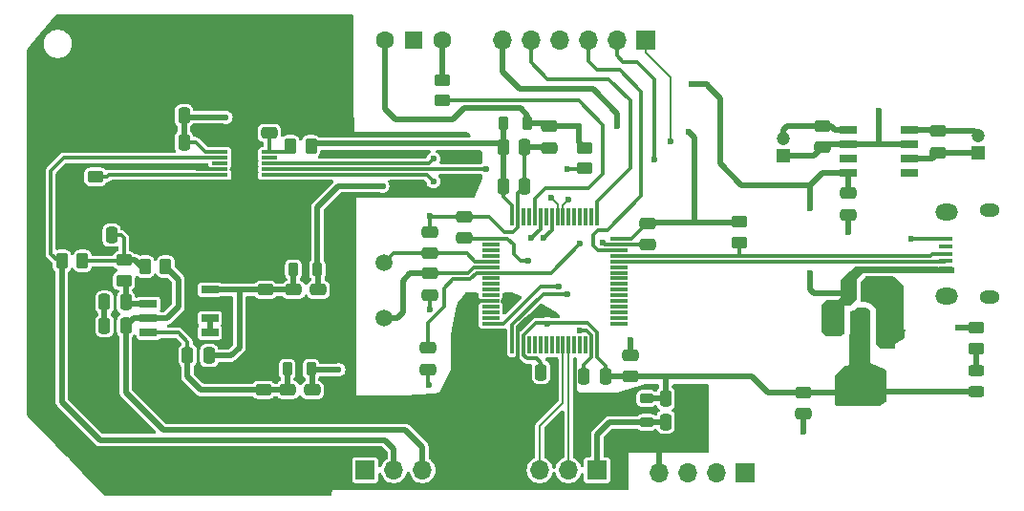
<source format=gbr>
%TF.GenerationSoftware,KiCad,Pcbnew,8.0.0*%
%TF.CreationDate,2024-09-24T20:53:31+02:00*%
%TF.ProjectId,imp_measure,696d705f-6d65-4617-9375-72652e6b6963,rev?*%
%TF.SameCoordinates,Original*%
%TF.FileFunction,Copper,L1,Top*%
%TF.FilePolarity,Positive*%
%FSLAX46Y46*%
G04 Gerber Fmt 4.6, Leading zero omitted, Abs format (unit mm)*
G04 Created by KiCad (PCBNEW 8.0.0) date 2024-09-24 20:53:31*
%MOMM*%
%LPD*%
G01*
G04 APERTURE LIST*
G04 Aperture macros list*
%AMRoundRect*
0 Rectangle with rounded corners*
0 $1 Rounding radius*
0 $2 $3 $4 $5 $6 $7 $8 $9 X,Y pos of 4 corners*
0 Add a 4 corners polygon primitive as box body*
4,1,4,$2,$3,$4,$5,$6,$7,$8,$9,$2,$3,0*
0 Add four circle primitives for the rounded corners*
1,1,$1+$1,$2,$3*
1,1,$1+$1,$4,$5*
1,1,$1+$1,$6,$7*
1,1,$1+$1,$8,$9*
0 Add four rect primitives between the rounded corners*
20,1,$1+$1,$2,$3,$4,$5,0*
20,1,$1+$1,$4,$5,$6,$7,0*
20,1,$1+$1,$6,$7,$8,$9,0*
20,1,$1+$1,$8,$9,$2,$3,0*%
G04 Aperture macros list end*
%TA.AperFunction,SMDPad,CuDef*%
%ADD10RoundRect,0.250000X0.475000X-0.250000X0.475000X0.250000X-0.475000X0.250000X-0.475000X-0.250000X0*%
%TD*%
%TA.AperFunction,ComponentPad*%
%ADD11C,1.500000*%
%TD*%
%TA.AperFunction,ComponentPad*%
%ADD12R,1.700000X1.700000*%
%TD*%
%TA.AperFunction,ComponentPad*%
%ADD13O,1.700000X1.700000*%
%TD*%
%TA.AperFunction,SMDPad,CuDef*%
%ADD14RoundRect,0.250000X-0.475000X0.250000X-0.475000X-0.250000X0.475000X-0.250000X0.475000X0.250000X0*%
%TD*%
%TA.AperFunction,SMDPad,CuDef*%
%ADD15R,1.300000X0.450000*%
%TD*%
%TA.AperFunction,ComponentPad*%
%ADD16O,1.800000X1.150000*%
%TD*%
%TA.AperFunction,ComponentPad*%
%ADD17O,2.000000X1.450000*%
%TD*%
%TA.AperFunction,SMDPad,CuDef*%
%ADD18RoundRect,0.250000X-0.450000X0.262500X-0.450000X-0.262500X0.450000X-0.262500X0.450000X0.262500X0*%
%TD*%
%TA.AperFunction,ComponentPad*%
%ADD19R,1.500000X1.500000*%
%TD*%
%TA.AperFunction,ComponentPad*%
%ADD20C,1.600000*%
%TD*%
%TA.AperFunction,SMDPad,CuDef*%
%ADD21RoundRect,0.250000X-0.262500X-0.450000X0.262500X-0.450000X0.262500X0.450000X-0.262500X0.450000X0*%
%TD*%
%TA.AperFunction,SMDPad,CuDef*%
%ADD22RoundRect,0.250000X-0.250000X-0.475000X0.250000X-0.475000X0.250000X0.475000X-0.250000X0.475000X0*%
%TD*%
%TA.AperFunction,SMDPad,CuDef*%
%ADD23RoundRect,0.250000X0.250000X0.475000X-0.250000X0.475000X-0.250000X-0.475000X0.250000X-0.475000X0*%
%TD*%
%TA.AperFunction,ComponentPad*%
%ADD24R,1.200000X1.200000*%
%TD*%
%TA.AperFunction,ComponentPad*%
%ADD25C,1.200000*%
%TD*%
%TA.AperFunction,SMDPad,CuDef*%
%ADD26RoundRect,0.075000X-0.700000X-0.075000X0.700000X-0.075000X0.700000X0.075000X-0.700000X0.075000X0*%
%TD*%
%TA.AperFunction,SMDPad,CuDef*%
%ADD27RoundRect,0.075000X-0.075000X-0.700000X0.075000X-0.700000X0.075000X0.700000X-0.075000X0.700000X0*%
%TD*%
%TA.AperFunction,SMDPad,CuDef*%
%ADD28RoundRect,0.218750X-0.218750X-0.381250X0.218750X-0.381250X0.218750X0.381250X-0.218750X0.381250X0*%
%TD*%
%TA.AperFunction,SMDPad,CuDef*%
%ADD29RoundRect,0.250000X0.262500X0.450000X-0.262500X0.450000X-0.262500X-0.450000X0.262500X-0.450000X0*%
%TD*%
%TA.AperFunction,SMDPad,CuDef*%
%ADD30RoundRect,0.243750X-0.456250X0.243750X-0.456250X-0.243750X0.456250X-0.243750X0.456250X0.243750X0*%
%TD*%
%TA.AperFunction,SMDPad,CuDef*%
%ADD31R,1.525000X0.700000*%
%TD*%
%TA.AperFunction,SMDPad,CuDef*%
%ADD32RoundRect,0.218750X0.381250X-0.218750X0.381250X0.218750X-0.381250X0.218750X-0.381250X-0.218750X0*%
%TD*%
%TA.AperFunction,SMDPad,CuDef*%
%ADD33RoundRect,0.375000X-0.375000X0.625000X-0.375000X-0.625000X0.375000X-0.625000X0.375000X0.625000X0*%
%TD*%
%TA.AperFunction,SMDPad,CuDef*%
%ADD34RoundRect,0.500000X-1.400000X0.500000X-1.400000X-0.500000X1.400000X-0.500000X1.400000X0.500000X0*%
%TD*%
%TA.AperFunction,SMDPad,CuDef*%
%ADD35R,1.400000X0.300000*%
%TD*%
%TA.AperFunction,SMDPad,CuDef*%
%ADD36RoundRect,0.250000X0.450000X-0.262500X0.450000X0.262500X-0.450000X0.262500X-0.450000X-0.262500X0*%
%TD*%
%TA.AperFunction,ViaPad*%
%ADD37C,0.600000*%
%TD*%
%TA.AperFunction,Conductor*%
%ADD38C,0.500000*%
%TD*%
%TA.AperFunction,Conductor*%
%ADD39C,0.300000*%
%TD*%
%TA.AperFunction,Conductor*%
%ADD40C,0.200000*%
%TD*%
G04 APERTURE END LIST*
D10*
%TO.P,C33,1*%
%TO.N,GND*%
X170042800Y-75118000D03*
%TO.P,C33,2*%
%TO.N,VBUS*%
X170042800Y-73218000D03*
%TD*%
D11*
%TO.P,Y1,1,1*%
%TO.N,/RCC_OSC_IN*%
X128900000Y-79400000D03*
%TO.P,Y1,2,2*%
%TO.N,/RCC_OSC_OUT*%
X128900000Y-84280000D03*
%TD*%
D12*
%TO.P,J5,1,Pin_1*%
%TO.N,+3.3V_F*%
X127264000Y-97790000D03*
D13*
%TO.P,J5,2,Pin_2*%
%TO.N,/DAC_OUT*%
X129804000Y-97790000D03*
%TO.P,J5,3,Pin_3*%
%TO.N,/DAC_OUT_FILTERED*%
X132344000Y-97790000D03*
%TO.P,J5,4,Pin_4*%
%TO.N,GND*%
X134884000Y-97790000D03*
%TD*%
D14*
%TO.P,C32,1*%
%TO.N,VBUS_PF*%
X118240000Y-90666500D03*
%TO.P,C32,2*%
%TO.N,GND*%
X118240000Y-92566500D03*
%TD*%
D15*
%TO.P,J2,1,VBUS*%
%TO.N,VBUS*%
X178720000Y-79900000D03*
%TO.P,J2,2,D-*%
%TO.N,/USB_OTG_FS_D-*%
X178720000Y-79250000D03*
%TO.P,J2,3,D+*%
%TO.N,/USB_OTG_FS_D+*%
X178720000Y-78600000D03*
%TO.P,J2,4,ID*%
%TO.N,unconnected-(J2-ID-Pad4)*%
X178720000Y-77950000D03*
%TO.P,J2,5,GND*%
%TO.N,GND*%
X178720000Y-77300000D03*
D16*
%TO.P,J2,6,Shield*%
%TO.N,unconnected-(J2-Shield-Pad6)_1*%
X182570000Y-82475000D03*
D17*
%TO.N,unconnected-(J2-Shield-Pad6)_2*%
X178770000Y-82325000D03*
%TO.N,unconnected-(J2-Shield-Pad6)*%
X178770000Y-74875000D03*
D16*
%TO.N,unconnected-(J2-Shield-Pad6)_0*%
X182570000Y-74725000D03*
%TD*%
D18*
%TO.P,R4,1*%
%TO.N,Net-(IC1-SPI2C)*%
X103364000Y-71775000D03*
%TO.P,R4,2*%
%TO.N,GND*%
X103364000Y-73600000D03*
%TD*%
D19*
%TO.P,SW1,1,A*%
%TO.N,GND*%
X131560000Y-59700000D03*
D20*
%TO.P,SW1,2,B*%
%TO.N,Net-(SW1-B)*%
X134100000Y-59700000D03*
%TO.P,SW1,3,C*%
%TO.N,+3.3V*%
X129020000Y-59700000D03*
%TD*%
D14*
%TO.P,C2,1*%
%TO.N,+3.3V*%
X166050000Y-90900000D03*
%TO.P,C2,2*%
%TO.N,GND*%
X166050000Y-92800000D03*
%TD*%
D21*
%TO.P,R7,1*%
%TO.N,/DAC_OUT*%
X100377500Y-79248000D03*
%TO.P,R7,2*%
%TO.N,Net-(C19-Pad1)*%
X102202500Y-79248000D03*
%TD*%
D22*
%TO.P,C28,1*%
%TO.N,+3.3V_F*%
X153896857Y-93500000D03*
%TO.P,C28,2*%
%TO.N,GND*%
X155796857Y-93500000D03*
%TD*%
D23*
%TO.P,C11,1*%
%TO.N,+3.3V*%
X148544800Y-89447399D03*
%TO.P,C11,2*%
%TO.N,GND*%
X146644800Y-89447399D03*
%TD*%
%TO.P,C9,1*%
%TO.N,+3.3V*%
X142850000Y-89100000D03*
%TO.P,C9,2*%
%TO.N,GND*%
X140950000Y-89100000D03*
%TD*%
D14*
%TO.P,C31,1*%
%TO.N,VBUS_PF*%
X120399000Y-90666500D03*
%TO.P,C31,2*%
%TO.N,GND*%
X120399000Y-92566500D03*
%TD*%
D22*
%TO.P,C12,1*%
%TO.N,+3.3VA*%
X139493400Y-72647399D03*
%TO.P,C12,2*%
%TO.N,GND*%
X141393400Y-72647399D03*
%TD*%
D12*
%TO.P,J4,1,Pin_1*%
%TO.N,/SYS_JTDO_SWO*%
X152100000Y-59700000D03*
D13*
%TO.P,J4,2,Pin_2*%
%TO.N,/NRST*%
X149560000Y-59700000D03*
%TO.P,J4,3,Pin_3*%
%TO.N,/SYS_JTMS_SWDIO*%
X147020000Y-59700000D03*
%TO.P,J4,4,Pin_4*%
%TO.N,GND*%
X144480000Y-59700000D03*
%TO.P,J4,5,Pin_5*%
%TO.N,/SYS_JTCK_SWCLK*%
X141940000Y-59700000D03*
%TO.P,J4,6,Pin_6*%
%TO.N,+3.3V*%
X139400000Y-59700000D03*
%TD*%
D18*
%TO.P,R5,1*%
%TO.N,+3.3V*%
X160400000Y-75787500D03*
%TO.P,R5,2*%
%TO.N,/USB_OTG_FS_D+*%
X160400000Y-77612500D03*
%TD*%
D24*
%TO.P,C20,1*%
%TO.N,Net-(IC2-CAP+)*%
X181600000Y-69622600D03*
D25*
%TO.P,C20,2*%
%TO.N,Net-(IC2-CAP-)*%
X181600000Y-68122600D03*
%TD*%
D22*
%TO.P,C6,1*%
%TO.N,+3.3V*%
X153896857Y-91437500D03*
%TO.P,C6,2*%
%TO.N,GND*%
X155796857Y-91437500D03*
%TD*%
D26*
%TO.P,U2,1,VBAT*%
%TO.N,+3.3V*%
X138368400Y-77285000D03*
%TO.P,U2,2,PC13*%
%TO.N,unconnected-(U2-PC13-Pad2)*%
X138368400Y-77785000D03*
%TO.P,U2,3,PC14*%
%TO.N,unconnected-(U2-PC14-Pad3)*%
X138368400Y-78285000D03*
%TO.P,U2,4,PC15*%
%TO.N,unconnected-(U2-PC15-Pad4)*%
X138368400Y-78785000D03*
%TO.P,U2,5,PH0*%
%TO.N,/RCC_OSC_IN*%
X138368400Y-79285000D03*
%TO.P,U2,6,PH1*%
%TO.N,/RCC_OSC_OUT*%
X138368400Y-79785000D03*
%TO.P,U2,7,NRST*%
%TO.N,/NRST*%
X138368400Y-80285000D03*
%TO.P,U2,8,PC0*%
%TO.N,unconnected-(U2-PC0-Pad8)*%
X138368400Y-80785000D03*
%TO.P,U2,9,PC1*%
%TO.N,unconnected-(U2-PC1-Pad9)*%
X138368400Y-81285000D03*
%TO.P,U2,10,PC2*%
%TO.N,unconnected-(U2-PC2-Pad10)*%
X138368400Y-81785000D03*
%TO.P,U2,11,PC3*%
%TO.N,unconnected-(U2-PC3-Pad11)*%
X138368400Y-82285000D03*
%TO.P,U2,12,VSSA*%
%TO.N,GND*%
X138368400Y-82785000D03*
%TO.P,U2,13,VREF+*%
%TO.N,unconnected-(U2-VREF+-Pad13)*%
X138368400Y-83285000D03*
%TO.P,U2,14,PA0*%
%TO.N,unconnected-(U2-PA0-Pad14)*%
X138368400Y-83785000D03*
%TO.P,U2,15,PA1*%
%TO.N,unconnected-(U2-PA1-Pad15)*%
X138368400Y-84285000D03*
%TO.P,U2,16,PA2*%
%TO.N,/USART2_TX*%
X138368400Y-84785000D03*
D27*
%TO.P,U2,17,PA3*%
%TO.N,/USART2_RX*%
X140293400Y-86710000D03*
%TO.P,U2,18,VSS*%
%TO.N,GND*%
X140793400Y-86710000D03*
%TO.P,U2,19,VDD*%
%TO.N,+3.3V*%
X141293400Y-86710000D03*
%TO.P,U2,20,PA4*%
%TO.N,unconnected-(U2-PA4-Pad20)*%
X141793400Y-86710000D03*
%TO.P,U2,21,PA5*%
%TO.N,unconnected-(U2-PA5-Pad21)*%
X142293400Y-86710000D03*
%TO.P,U2,22,PA6*%
%TO.N,unconnected-(U2-PA6-Pad22)*%
X142793400Y-86710000D03*
%TO.P,U2,23,PA7*%
%TO.N,unconnected-(U2-PA7-Pad23)*%
X143293400Y-86710000D03*
%TO.P,U2,24,PC4*%
%TO.N,unconnected-(U2-PC4-Pad24)*%
X143793400Y-86710000D03*
%TO.P,U2,25,PC5*%
%TO.N,unconnected-(U2-PC5-Pad25)*%
X144293400Y-86710000D03*
%TO.P,U2,26,PB0*%
%TO.N,/ADC1_IN4*%
X144793400Y-86710000D03*
%TO.P,U2,27,PB1*%
%TO.N,/ADC1_IN5*%
X145293400Y-86710000D03*
%TO.P,U2,28,PB2*%
%TO.N,unconnected-(U2-PB2-Pad28)*%
X145793400Y-86710000D03*
%TO.P,U2,29,PB10*%
%TO.N,unconnected-(U2-PB10-Pad29)*%
X146293400Y-86710000D03*
%TO.P,U2,30,VCAP1*%
%TO.N,unconnected-(U2-VCAP1-Pad30)*%
X146793400Y-86710000D03*
%TO.P,U2,31,VSS*%
%TO.N,GND*%
X147293400Y-86710000D03*
%TO.P,U2,32,VDD*%
%TO.N,+3.3V*%
X147793400Y-86710000D03*
D26*
%TO.P,U2,33,PB12*%
%TO.N,unconnected-(U2-PB12-Pad33)*%
X149718400Y-84785000D03*
%TO.P,U2,34,PB13*%
%TO.N,unconnected-(U2-PB13-Pad34)*%
X149718400Y-84285000D03*
%TO.P,U2,35,PB14*%
%TO.N,unconnected-(U2-PB14-Pad35)*%
X149718400Y-83785000D03*
%TO.P,U2,36,PB15*%
%TO.N,unconnected-(U2-PB15-Pad36)*%
X149718400Y-83285000D03*
%TO.P,U2,37,PC6*%
%TO.N,unconnected-(U2-PC6-Pad37)*%
X149718400Y-82785000D03*
%TO.P,U2,38,PC7*%
%TO.N,unconnected-(U2-PC7-Pad38)*%
X149718400Y-82285000D03*
%TO.P,U2,39,PC8*%
%TO.N,unconnected-(U2-PC8-Pad39)*%
X149718400Y-81785000D03*
%TO.P,U2,40,PC9*%
%TO.N,unconnected-(U2-PC9-Pad40)*%
X149718400Y-81285000D03*
%TO.P,U2,41,PA8*%
%TO.N,unconnected-(U2-PA8-Pad41)*%
X149718400Y-80785000D03*
%TO.P,U2,42,PA9*%
%TO.N,unconnected-(U2-PA9-Pad42)*%
X149718400Y-80285000D03*
%TO.P,U2,43,PA10*%
%TO.N,unconnected-(U2-PA10-Pad43)*%
X149718400Y-79785000D03*
%TO.P,U2,44,PA11*%
%TO.N,/USB_OTG_FS_D-*%
X149718400Y-79285000D03*
%TO.P,U2,45,PA12*%
%TO.N,/USB_OTG_FS_D+*%
X149718400Y-78785000D03*
%TO.P,U2,46,PA13*%
%TO.N,/SYS_JTMS_SWDIO*%
X149718400Y-78285000D03*
%TO.P,U2,47,VSS*%
%TO.N,GND*%
X149718400Y-77785000D03*
%TO.P,U2,48,VDD*%
%TO.N,+3.3V*%
X149718400Y-77285000D03*
D27*
%TO.P,U2,49,PA14*%
%TO.N,/SYS_JTCK_SWCLK*%
X147793400Y-75360000D03*
%TO.P,U2,50,PA15*%
%TO.N,unconnected-(U2-PA15-Pad50)*%
X147293400Y-75360000D03*
%TO.P,U2,51,PC10*%
%TO.N,unconnected-(U2-PC10-Pad51)*%
X146793400Y-75360000D03*
%TO.P,U2,52,PC11*%
%TO.N,unconnected-(U2-PC11-Pad52)*%
X146293400Y-75360000D03*
%TO.P,U2,53,PC12*%
%TO.N,unconnected-(U2-PC12-Pad53)*%
X145793400Y-75360000D03*
%TO.P,U2,54,PD2*%
%TO.N,unconnected-(U2-PD2-Pad54)*%
X145293400Y-75360000D03*
%TO.P,U2,55,PB3*%
%TO.N,/SYS_JTDO_SWO*%
X144793400Y-75360000D03*
%TO.P,U2,56,PB4*%
%TO.N,/SPI1_NSS*%
X144293400Y-75360000D03*
%TO.P,U2,57,PB5*%
%TO.N,/SPI1_SCK*%
X143793400Y-75360000D03*
%TO.P,U2,58,PB6*%
%TO.N,/SPI1_MISO*%
X143293400Y-75360000D03*
%TO.P,U2,59,PB7*%
%TO.N,/SPI1_MOSI*%
X142793400Y-75360000D03*
%TO.P,U2,60,BOOT0*%
%TO.N,Net-(U2-BOOT0)*%
X142293400Y-75360000D03*
%TO.P,U2,61,PB8*%
%TO.N,unconnected-(U2-PB8-Pad61)*%
X141793400Y-75360000D03*
%TO.P,U2,62,PB9*%
%TO.N,unconnected-(U2-PB9-Pad62)*%
X141293400Y-75360000D03*
%TO.P,U2,63,VSS*%
%TO.N,GND*%
X140793400Y-75360000D03*
%TO.P,U2,64,VDD*%
%TO.N,+3.3VA*%
X140293400Y-75360000D03*
%TD*%
D10*
%TO.P,C7,1*%
%TO.N,+3.3V*%
X150749000Y-89469000D03*
%TO.P,C7,2*%
%TO.N,GND*%
X150749000Y-87569000D03*
%TD*%
D18*
%TO.P,R2,1*%
%TO.N,+3.3V*%
X146685000Y-69191500D03*
%TO.P,R2,2*%
%TO.N,/SPI1_NSS*%
X146685000Y-71016500D03*
%TD*%
D22*
%TO.P,C25,1*%
%TO.N,VBUS_PF*%
X111516000Y-87630000D03*
%TO.P,C25,2*%
%TO.N,VBUS_MF*%
X113416000Y-87630000D03*
%TD*%
D23*
%TO.P,C18,1*%
%TO.N,Net-(IC4-INPUTS_2_2)*%
X106055200Y-82905600D03*
%TO.P,C18,2*%
%TO.N,Net-(C18-Pad2)*%
X104155200Y-82905600D03*
%TD*%
D14*
%TO.P,C21,1*%
%TO.N,VBUS_M*%
X123103000Y-81788000D03*
%TO.P,C21,2*%
%TO.N,GND*%
X123103000Y-83688000D03*
%TD*%
D12*
%TO.P,J3,1,Pin_1*%
%TO.N,+3.3V_F*%
X147808000Y-97790000D03*
D13*
%TO.P,J3,2,Pin_2*%
%TO.N,/ADC1_IN5*%
X145268000Y-97790000D03*
%TO.P,J3,3,Pin_3*%
%TO.N,/ADC1_IN4*%
X142728000Y-97790000D03*
%TO.P,J3,4,Pin_4*%
%TO.N,GND*%
X140188000Y-97790000D03*
%TD*%
D14*
%TO.P,C22,1*%
%TO.N,VBUS_MF*%
X120904000Y-81793000D03*
%TO.P,C22,2*%
%TO.N,GND*%
X120904000Y-83693000D03*
%TD*%
%TO.P,C23,1*%
%TO.N,VBUS_MF*%
X118404000Y-81793000D03*
%TO.P,C23,2*%
%TO.N,GND*%
X118404000Y-83693000D03*
%TD*%
D22*
%TO.P,C29,1*%
%TO.N,Net-(C18-Pad2)*%
X104155200Y-84988400D03*
%TO.P,C29,2*%
%TO.N,/DAC_OUT_FILTERED*%
X106055200Y-84988400D03*
%TD*%
D23*
%TO.P,C19,1*%
%TO.N,Net-(C19-Pad1)*%
X104780000Y-76962000D03*
%TO.P,C19,2*%
%TO.N,GND*%
X102880000Y-76962000D03*
%TD*%
D28*
%TO.P,FB3,1*%
%TO.N,VBUS_PF*%
X120352500Y-88822500D03*
%TO.P,FB3,2*%
%TO.N,VBUS*%
X122477500Y-88822500D03*
%TD*%
D29*
%TO.P,R9,1*%
%TO.N,+3.3VA*%
X122451500Y-69088000D03*
%TO.P,R9,2*%
%TO.N,Net-(IC1-VREFIO)*%
X120626500Y-69088000D03*
%TD*%
D10*
%TO.P,C16,1*%
%TO.N,/RCC_OSC_IN*%
X133000000Y-78550000D03*
%TO.P,C16,2*%
%TO.N,GND*%
X133000000Y-76650000D03*
%TD*%
D30*
%TO.P,D1,1,K*%
%TO.N,/PWR_LED_K*%
X181400000Y-88925000D03*
%TO.P,D1,2,A*%
%TO.N,+3.3V*%
X181400000Y-90800000D03*
%TD*%
D31*
%TO.P,IC2,1,FC*%
%TO.N,unconnected-(IC2-FC-Pad1)*%
X175471000Y-71400000D03*
%TO.P,IC2,2,CAP+*%
%TO.N,Net-(IC2-CAP+)*%
X175471000Y-70130000D03*
%TO.P,IC2,3,GND*%
%TO.N,GND*%
X175471000Y-68860000D03*
%TO.P,IC2,4,CAP-*%
%TO.N,Net-(IC2-CAP-)*%
X175471000Y-67590000D03*
%TO.P,IC2,5,OUT*%
%TO.N,VBUS_M*%
X170047000Y-67590000D03*
%TO.P,IC2,6,LV*%
%TO.N,GND*%
X170047000Y-68860000D03*
%TO.P,IC2,7,OSC*%
%TO.N,unconnected-(IC2-OSC-Pad7)*%
X170047000Y-70130000D03*
%TO.P,IC2,8,V+*%
%TO.N,VBUS*%
X170047000Y-71400000D03*
%TD*%
D10*
%TO.P,C26,1*%
%TO.N,Net-(IC2-CAP+)*%
X178000000Y-69650000D03*
%TO.P,C26,2*%
%TO.N,Net-(IC2-CAP-)*%
X178000000Y-67750000D03*
%TD*%
D32*
%TO.P,FB4,1*%
%TO.N,+3.3V_F*%
X152179857Y-93546500D03*
%TO.P,FB4,2*%
%TO.N,+3.3V*%
X152179857Y-91421500D03*
%TD*%
D28*
%TO.P,FB2,1*%
%TO.N,VBUS_MF*%
X120897500Y-80010000D03*
%TO.P,FB2,2*%
%TO.N,VBUS_M*%
X123022500Y-80010000D03*
%TD*%
D14*
%TO.P,C27,1*%
%TO.N,VBUS_M*%
X167800000Y-67250000D03*
%TO.P,C27,2*%
%TO.N,GND*%
X167800000Y-69150000D03*
%TD*%
D10*
%TO.P,C10,1*%
%TO.N,+3.3V*%
X135994800Y-77197399D03*
%TO.P,C10,2*%
%TO.N,GND*%
X135994800Y-75297399D03*
%TD*%
D33*
%TO.P,U1,1,GND*%
%TO.N,GND*%
X173420000Y-84575000D03*
%TO.P,U1,2,VO*%
%TO.N,+3.3V*%
X171120000Y-84575000D03*
D34*
X171120000Y-90875000D03*
D33*
%TO.P,U1,3,VI*%
%TO.N,VBUS*%
X168820000Y-84575000D03*
%TD*%
D21*
%TO.P,R6,1*%
%TO.N,Net-(C19-Pad1)*%
X107743500Y-79756000D03*
%TO.P,R6,2*%
%TO.N,/DAC_OUT_FILTERED*%
X109568500Y-79756000D03*
%TD*%
D10*
%TO.P,C5,1*%
%TO.N,Net-(IC1-VREFIO)*%
X118745000Y-67879000D03*
%TO.P,C5,2*%
%TO.N,GND*%
X118745000Y-65979000D03*
%TD*%
D14*
%TO.P,C15,1*%
%TO.N,/NRST*%
X132842000Y-86934000D03*
%TO.P,C15,2*%
%TO.N,GND*%
X132842000Y-88834000D03*
%TD*%
D22*
%TO.P,C1,1*%
%TO.N,VBUS*%
X170250000Y-82100000D03*
%TO.P,C1,2*%
%TO.N,GND*%
X172150000Y-82100000D03*
%TD*%
D18*
%TO.P,R3,1*%
%TO.N,Net-(SW1-B)*%
X134100000Y-63200000D03*
%TO.P,R3,2*%
%TO.N,Net-(U2-BOOT0)*%
X134100000Y-65025000D03*
%TD*%
D14*
%TO.P,C30,1*%
%TO.N,VBUS*%
X122555000Y-90692000D03*
%TO.P,C30,2*%
%TO.N,GND*%
X122555000Y-92592000D03*
%TD*%
%TO.P,C17,1*%
%TO.N,/RCC_OSC_OUT*%
X133000000Y-80350000D03*
%TO.P,C17,2*%
%TO.N,GND*%
X133000000Y-82250000D03*
%TD*%
D23*
%TO.P,C4,1*%
%TO.N,VBUS*%
X111200000Y-68707000D03*
%TO.P,C4,2*%
%TO.N,GND*%
X109300000Y-68707000D03*
%TD*%
D12*
%TO.P,J1,1,Pin_1*%
%TO.N,+3.3V*%
X160889000Y-98044000D03*
D13*
%TO.P,J1,2,Pin_2*%
%TO.N,/USART2_TX*%
X158349000Y-98044000D03*
%TO.P,J1,3,Pin_3*%
%TO.N,/USART2_RX*%
X155809000Y-98044000D03*
%TO.P,J1,4,Pin_4*%
%TO.N,GND*%
X153269000Y-98044000D03*
%TD*%
D35*
%TO.P,IC1,1,VDD*%
%TO.N,VBUS*%
X114386000Y-69600000D03*
%TO.P,IC1,2,VOUT*%
%TO.N,/DAC_OUT*%
X114386000Y-70100000D03*
%TO.P,IC1,3,NC_1*%
%TO.N,unconnected-(IC1-NC_1-Pad3)*%
X114386000Y-70600000D03*
%TO.P,IC1,4,AGND*%
%TO.N,GND*%
X114386000Y-71100000D03*
%TO.P,IC1,5,SPI2C*%
%TO.N,Net-(IC1-SPI2C)*%
X114386000Y-71600000D03*
%TO.P,IC1,6,SCLK/SCL*%
%TO.N,/SPI1_SCK*%
X118786000Y-71600000D03*
%TO.P,IC1,7,~{SYNC}/A0*%
%TO.N,/SPI1_NSS*%
X118786000Y-71100000D03*
%TO.P,IC1,8,SDIN/SDA*%
%TO.N,/SPI1_MOSI*%
X118786000Y-70600000D03*
%TO.P,IC1,9,NC_2*%
%TO.N,unconnected-(IC1-NC_2-Pad9)*%
X118786000Y-70100000D03*
%TO.P,IC1,10,VREFIO*%
%TO.N,Net-(IC1-VREFIO)*%
X118786000Y-69600000D03*
%TD*%
D28*
%TO.P,FB1,1*%
%TO.N,+3.3VA*%
X139487500Y-67050000D03*
%TO.P,FB1,2*%
%TO.N,+3.3V*%
X141612500Y-67050000D03*
%TD*%
D22*
%TO.P,C13,1*%
%TO.N,+3.3VA*%
X139500000Y-69150000D03*
%TO.P,C13,2*%
%TO.N,GND*%
X141400000Y-69150000D03*
%TD*%
D36*
%TO.P,R1,1*%
%TO.N,/PWR_LED_K*%
X181420000Y-86975000D03*
%TO.P,R1,2*%
%TO.N,GND*%
X181420000Y-85150000D03*
%TD*%
D18*
%TO.P,R8,1*%
%TO.N,Net-(C19-Pad1)*%
X105862000Y-79167500D03*
%TO.P,R8,2*%
%TO.N,Net-(IC4-INPUTS_2_2)*%
X105862000Y-80992500D03*
%TD*%
D23*
%TO.P,C3,1*%
%TO.N,VBUS*%
X111200000Y-66357000D03*
%TO.P,C3,2*%
%TO.N,GND*%
X109300000Y-66357000D03*
%TD*%
D14*
%TO.P,C8,1*%
%TO.N,+3.3V*%
X152294800Y-75885000D03*
%TO.P,C8,2*%
%TO.N,GND*%
X152294800Y-77785000D03*
%TD*%
D24*
%TO.P,C24,1*%
%TO.N,GND*%
X164300000Y-69900000D03*
D25*
%TO.P,C24,2*%
%TO.N,VBUS_M*%
X164300000Y-68400000D03*
%TD*%
D31*
%TO.P,IC4,1,OUTPUT_1*%
%TO.N,Net-(IC4-INPUTS_1_1)*%
X113476000Y-85605000D03*
%TO.P,IC4,2,INPUTS_1_1*%
X113476000Y-84335000D03*
%TO.P,IC4,3,INPUTS_1_2*%
%TO.N,GND*%
X113476000Y-83065000D03*
%TO.P,IC4,4,VEE*%
%TO.N,VBUS_MF*%
X113476000Y-81795000D03*
%TO.P,IC4,5,INPUTS_2_1*%
%TO.N,GND*%
X108052000Y-81795000D03*
%TO.P,IC4,6,INPUTS_2_2*%
%TO.N,Net-(IC4-INPUTS_2_2)*%
X108052000Y-83065000D03*
%TO.P,IC4,7,OUTPUT_2*%
%TO.N,/DAC_OUT_FILTERED*%
X108052000Y-84335000D03*
%TO.P,IC4,8,VCC*%
%TO.N,VBUS_PF*%
X108052000Y-85605000D03*
%TD*%
D14*
%TO.P,C14,1*%
%TO.N,+3.3V*%
X143550000Y-67300000D03*
%TO.P,C14,2*%
%TO.N,GND*%
X143550000Y-69200000D03*
%TD*%
D37*
%TO.N,GND*%
X170078400Y-76657200D03*
X150749000Y-86233000D03*
X175650000Y-77300000D03*
X113538000Y-62738000D03*
X133604000Y-91694000D03*
X146812000Y-93726000D03*
X122936000Y-64516000D03*
X124206000Y-79248000D03*
X130810000Y-69850000D03*
X173500000Y-82500000D03*
X98552000Y-73406000D03*
X124206000Y-75692000D03*
X98552000Y-77470000D03*
X99314000Y-84074000D03*
X103632000Y-91186000D03*
X173900000Y-86200000D03*
X148082000Y-92456000D03*
X148300000Y-77600000D03*
X123952000Y-86614000D03*
X99314000Y-80772000D03*
X102362000Y-88646000D03*
X98552000Y-75438000D03*
X112268000Y-97536000D03*
X135382000Y-87376000D03*
X127000000Y-91948000D03*
X109728000Y-97536000D03*
X146300000Y-85400000D03*
X127000000Y-69850000D03*
X133004533Y-83511555D03*
X139954000Y-83058000D03*
X121412000Y-63246000D03*
X98552000Y-71628000D03*
X117348000Y-97536000D03*
X117094000Y-62738000D03*
X144526000Y-93726000D03*
X99314000Y-82550000D03*
X123698000Y-65024000D03*
X99060000Y-69596000D03*
X123952000Y-69850000D03*
X131064000Y-91694000D03*
X135636000Y-85598000D03*
X99314000Y-90424000D03*
X103364000Y-75050000D03*
X104140000Y-96520000D03*
X102362000Y-85598000D03*
X172900000Y-86200000D03*
X109664000Y-81788000D03*
X132993100Y-75264849D03*
X104902000Y-68072000D03*
X99314000Y-86106000D03*
X99314000Y-88138000D03*
X114554000Y-97536000D03*
X102870000Y-68580000D03*
X114935000Y-83058000D03*
X136144000Y-83312000D03*
X136652000Y-82550000D03*
X115570000Y-62738000D03*
X118872000Y-62738000D03*
X111760000Y-62738000D03*
X124206000Y-77470000D03*
X157100000Y-93500000D03*
X172800000Y-65900000D03*
X116459000Y-92329000D03*
X101600000Y-94742000D03*
X149860000Y-92456000D03*
X109700000Y-64100000D03*
X120142000Y-97536000D03*
X124714000Y-65532000D03*
X135636000Y-84328000D03*
X132890733Y-90227349D03*
X136398000Y-69850000D03*
X118411992Y-85005402D03*
X135382000Y-89154000D03*
X179850000Y-85150000D03*
X125476000Y-92710000D03*
X99822000Y-92964000D03*
X166050000Y-94350000D03*
X107696000Y-62992000D03*
X123952000Y-87884000D03*
X98552000Y-79502000D03*
X130302000Y-73152000D03*
X142000000Y-84200000D03*
X173500000Y-81600000D03*
X131572000Y-72898000D03*
X129032000Y-91948000D03*
X109728000Y-62738000D03*
X105664000Y-66294000D03*
X135128000Y-90678000D03*
X120777000Y-65659000D03*
X143510000Y-94488000D03*
X100838000Y-68580000D03*
X123952000Y-96520000D03*
X112100000Y-70900000D03*
X122682000Y-97536000D03*
X106172000Y-64262000D03*
X106426000Y-97536000D03*
X120396000Y-62738000D03*
%TO.N,VBUS*%
X166700000Y-80300000D03*
X124900000Y-88900000D03*
X114900000Y-66500000D03*
X166700000Y-74600000D03*
X156200000Y-63600000D03*
%TO.N,+3.3V*%
X149606000Y-67310000D03*
X156400000Y-75800000D03*
X146177000Y-67310000D03*
X143400000Y-84800000D03*
X141700000Y-79200000D03*
X159900000Y-89450000D03*
X155956000Y-67818000D03*
%TO.N,/NRST*%
X152908000Y-70231000D03*
X146304000Y-77724000D03*
%TO.N,VBUS_M*%
X128800000Y-72600000D03*
%TO.N,/SPI1_NSS*%
X143764000Y-73660000D03*
X138000000Y-71100000D03*
X145161000Y-71120000D03*
%TO.N,/SPI1_SCK*%
X143100000Y-77200000D03*
X133300000Y-72200000D03*
%TO.N,/SPI1_MOSI*%
X142000000Y-77200000D03*
X133300000Y-70200000D03*
%TO.N,/USART2_RX*%
X145200000Y-82150000D03*
%TO.N,/USART2_TX*%
X144400000Y-81500000D03*
%TO.N,/SYS_JTDO_SWO*%
X145288000Y-73787000D03*
X154300000Y-68600000D03*
%TD*%
D38*
%TO.N,Net-(IC4-INPUTS_2_2)*%
X105862000Y-80992500D02*
X106055200Y-81185700D01*
X106055200Y-81185700D02*
X106055200Y-82905600D01*
%TO.N,/DAC_OUT_FILTERED*%
X106055200Y-90942200D02*
X106055200Y-84988400D01*
X130810000Y-94234000D02*
X109347000Y-94234000D01*
X132344000Y-95768000D02*
X130810000Y-94234000D01*
X132344000Y-97790000D02*
X132344000Y-95768000D01*
X109347000Y-94234000D02*
X106055200Y-90942200D01*
X108052000Y-84335000D02*
X106708600Y-84335000D01*
X106708600Y-84335000D02*
X106055200Y-84988400D01*
%TO.N,Net-(C18-Pad2)*%
X104155200Y-82905600D02*
X104155200Y-84988400D01*
%TO.N,Net-(IC4-INPUTS_2_2)*%
X108045000Y-83058000D02*
X108052000Y-83065000D01*
X106207600Y-83058000D02*
X108045000Y-83058000D01*
X106055200Y-82905600D02*
X106207600Y-83058000D01*
%TO.N,GND*%
X170042800Y-76621600D02*
X170042800Y-75118000D01*
X170078400Y-76657200D02*
X170042800Y-76621600D01*
%TO.N,VBUS*%
X170042800Y-71404200D02*
X170047000Y-71400000D01*
X170042800Y-73218000D02*
X170042800Y-71404200D01*
%TO.N,GND*%
X120399000Y-92566500D02*
X122529500Y-92566500D01*
X155796857Y-93500000D02*
X157100000Y-93500000D01*
X123098000Y-83693000D02*
X123103000Y-83688000D01*
D39*
X148485000Y-77785000D02*
X148300000Y-77600000D01*
D38*
X118404000Y-83693000D02*
X120904000Y-83693000D01*
D39*
X141678106Y-84200000D02*
X140793400Y-85084706D01*
D38*
X118745000Y-65979000D02*
X120457000Y-65979000D01*
D39*
X102880000Y-77470000D02*
X102880000Y-76388000D01*
D38*
X150749000Y-87569000D02*
X150749000Y-86233000D01*
D39*
X133000000Y-75271749D02*
X132993100Y-75264849D01*
D38*
X103364000Y-73600000D02*
X103364000Y-75050000D01*
X109664000Y-81788000D02*
X108059000Y-81788000D01*
D39*
X135994800Y-75297399D02*
X133025650Y-75297399D01*
X139594800Y-76647399D02*
X140394800Y-76647399D01*
X140793400Y-85084706D02*
X140793400Y-86710000D01*
X178720000Y-77300000D02*
X175650000Y-77300000D01*
X102880000Y-76388000D02*
X103364000Y-75904000D01*
X149718400Y-77785000D02*
X152143400Y-77785000D01*
D38*
X179850000Y-85150000D02*
X181420000Y-85150000D01*
X155800000Y-95200000D02*
X155796857Y-95196857D01*
X155796857Y-91437500D02*
X155796857Y-93500000D01*
D39*
X139446000Y-96266000D02*
X140188000Y-97008000D01*
X149718400Y-77785000D02*
X148485000Y-77785000D01*
D38*
X170048000Y-68860000D02*
X172800000Y-68860000D01*
D39*
X140394800Y-76647399D02*
X140793400Y-76248799D01*
X140793400Y-75360000D02*
X140793400Y-73247399D01*
D38*
X153269000Y-96031000D02*
X153800000Y-95500000D01*
X155500000Y-95500000D02*
X155800000Y-95200000D01*
D39*
X140188000Y-97008000D02*
X140188000Y-97790000D01*
X103364000Y-75904000D02*
X103364000Y-75050000D01*
D38*
X164300000Y-69900000D02*
X167050000Y-69900000D01*
X118404000Y-83693000D02*
X118404000Y-84997410D01*
D39*
X133000000Y-83507022D02*
X133004533Y-83511555D01*
X140793400Y-86710000D02*
X140793400Y-88943400D01*
X138368400Y-82785000D02*
X137490280Y-82785000D01*
X136398000Y-93218000D02*
X136398000Y-96266000D01*
X146861520Y-85400000D02*
X147293400Y-85831880D01*
X147293400Y-86710000D02*
X147293400Y-87764829D01*
X138244800Y-75297399D02*
X139594800Y-76647399D01*
D38*
X155796857Y-95196857D02*
X155796857Y-93500000D01*
X120457000Y-65979000D02*
X120777000Y-65659000D01*
D39*
X147293400Y-85831880D02*
X147293400Y-86710000D01*
D38*
X122529500Y-92566500D02*
X122555000Y-92592000D01*
D39*
X140793400Y-76248799D02*
X140793400Y-75360000D01*
X141393400Y-72647399D02*
X141393400Y-69156600D01*
D38*
X114935000Y-83058000D02*
X113483000Y-83058000D01*
X118240000Y-92566500D02*
X120399000Y-92566500D01*
X172800000Y-68860000D02*
X172800000Y-65900000D01*
D39*
X141393400Y-69156600D02*
X141400000Y-69150000D01*
D38*
X167800000Y-69150000D02*
X168090000Y-68860000D01*
X118404000Y-84997410D02*
X118411992Y-85005402D01*
X175470000Y-68860000D02*
X172800000Y-68860000D01*
D39*
X133000000Y-76650000D02*
X133000000Y-75271749D01*
X136398000Y-96276000D02*
X136398000Y-93218000D01*
X132842000Y-88834000D02*
X132842000Y-90178616D01*
X136398000Y-83877280D02*
X136398000Y-93218000D01*
D38*
X109300000Y-66357000D02*
X109300000Y-64507000D01*
D39*
X135994800Y-75297399D02*
X138244800Y-75297399D01*
D38*
X120904000Y-83693000D02*
X123098000Y-83693000D01*
D39*
X114386000Y-71100000D02*
X112300000Y-71100000D01*
X147293400Y-87764829D02*
X146644800Y-88413429D01*
D38*
X141400000Y-69150000D02*
X143500000Y-69150000D01*
D39*
X133000000Y-82250000D02*
X133000000Y-83507022D01*
X146644800Y-88413429D02*
X146644800Y-89035000D01*
D38*
X168090000Y-68860000D02*
X170048000Y-68860000D01*
D39*
X142000000Y-84200000D02*
X141678106Y-84200000D01*
D38*
X166050000Y-92800000D02*
X166050000Y-94350000D01*
X118240000Y-92566500D02*
X116696500Y-92566500D01*
D39*
X140793400Y-73247399D02*
X141393400Y-72647399D01*
X146300000Y-85400000D02*
X146861520Y-85400000D01*
D38*
X153800000Y-95500000D02*
X155500000Y-95500000D01*
D39*
X136398000Y-96266000D02*
X139446000Y-96266000D01*
X140793400Y-88943400D02*
X140950000Y-89100000D01*
D38*
X167050000Y-69900000D02*
X167800000Y-69150000D01*
X153269000Y-98044000D02*
X153269000Y-96031000D01*
D39*
X137490280Y-82785000D02*
X136398000Y-83877280D01*
X132842000Y-90178616D02*
X132890733Y-90227349D01*
X133025650Y-75297399D02*
X132993100Y-75264849D01*
D38*
X113483000Y-83058000D02*
X113476000Y-83065000D01*
X116696500Y-92566500D02*
X116459000Y-92329000D01*
D39*
X134884000Y-97790000D02*
X136398000Y-96276000D01*
D38*
X143500000Y-69150000D02*
X143550000Y-69200000D01*
D39*
X112300000Y-71100000D02*
X112100000Y-70900000D01*
D38*
X109300000Y-68707000D02*
X109300000Y-66357000D01*
X109300000Y-64507000D02*
X109650000Y-64157000D01*
X108059000Y-81788000D02*
X108052000Y-81795000D01*
%TO.N,VBUS*%
X170250000Y-82100000D02*
X167000000Y-82100000D01*
X167000000Y-82100000D02*
X166700000Y-81800000D01*
X166700000Y-72500000D02*
X160600000Y-72500000D01*
X124900000Y-88900000D02*
X122555000Y-88900000D01*
X166700000Y-72500000D02*
X167800000Y-71400000D01*
X111343000Y-66500000D02*
X114900000Y-66500000D01*
X157500000Y-63600000D02*
X156200000Y-63600000D01*
D39*
X112207000Y-68707000D02*
X111200000Y-68707000D01*
D38*
X167800000Y-71400000D02*
X170048000Y-71400000D01*
X166700000Y-81400000D02*
X166700000Y-80300000D01*
X166700000Y-81800000D02*
X166700000Y-81400000D01*
X111200000Y-68707000D02*
X111200000Y-66357000D01*
X158700000Y-70600000D02*
X158700000Y-64800000D01*
X160600000Y-72500000D02*
X158700000Y-70600000D01*
X111200000Y-66357000D02*
X111343000Y-66500000D01*
X157700000Y-63800000D02*
X157500000Y-63600000D01*
X122555000Y-88900000D02*
X122477500Y-88822500D01*
X122555000Y-90692000D02*
X122555000Y-88900000D01*
D39*
X113100000Y-69600000D02*
X112207000Y-68707000D01*
D38*
X158700000Y-64800000D02*
X157700000Y-63800000D01*
D39*
X114386000Y-69600000D02*
X113100000Y-69600000D01*
D38*
X166700000Y-74600000D02*
X166700000Y-72500000D01*
%TO.N,+3.3V*%
X156400000Y-68262000D02*
X156400000Y-75800000D01*
X148547401Y-89450000D02*
X148544800Y-89447399D01*
X171120000Y-90875000D02*
X162975000Y-90875000D01*
X146177000Y-67310000D02*
X143560000Y-67310000D01*
X153896857Y-91437500D02*
X153896857Y-89453143D01*
D39*
X140400000Y-77800000D02*
X139885000Y-77285000D01*
D38*
X141612500Y-67050000D02*
X141612500Y-66312500D01*
D39*
X141700000Y-79200000D02*
X141000000Y-79200000D01*
X142375280Y-84750000D02*
X143350000Y-84750000D01*
X143450000Y-84750000D02*
X146950000Y-84750000D01*
X141293400Y-86710000D02*
X141293400Y-85831880D01*
D38*
X129021552Y-65721552D02*
X129021552Y-59701552D01*
X135025000Y-66675000D02*
X129975000Y-66675000D01*
X136000000Y-65700000D02*
X135025000Y-66675000D01*
X141612500Y-66312500D02*
X141000000Y-65700000D01*
X147439000Y-64000000D02*
X140962000Y-64000000D01*
X150500000Y-89450000D02*
X148547401Y-89450000D01*
X156400000Y-75800000D02*
X160387500Y-75800000D01*
X150500000Y-89450000D02*
X153900000Y-89450000D01*
X141000000Y-65700000D02*
X136000000Y-65700000D01*
D39*
X149718400Y-77285000D02*
X150857199Y-77285000D01*
D38*
X153896857Y-89453143D02*
X153900000Y-89450000D01*
D39*
X147793400Y-87745999D02*
X148544800Y-88497399D01*
D38*
X140962000Y-64000000D02*
X139400000Y-62438000D01*
X146177000Y-68683500D02*
X146685000Y-69191500D01*
D39*
X139885000Y-77285000D02*
X138368400Y-77285000D01*
D38*
X143560000Y-67310000D02*
X143550000Y-67300000D01*
D39*
X136082401Y-77285000D02*
X135994800Y-77197399D01*
D38*
X171195000Y-90800000D02*
X171120000Y-90875000D01*
X146177000Y-67310000D02*
X146177000Y-68683500D01*
X152179857Y-91421500D02*
X153880857Y-91421500D01*
D39*
X141293400Y-87588120D02*
X141605280Y-87900000D01*
D38*
X139400000Y-62438000D02*
X139400000Y-59700000D01*
X153880857Y-91421500D02*
X153896857Y-91437500D01*
D39*
X140400000Y-78600000D02*
X140400000Y-77800000D01*
X142850000Y-88250000D02*
X142850000Y-89100000D01*
D38*
X129975000Y-66675000D02*
X129021552Y-65721552D01*
D39*
X141000000Y-79200000D02*
X140400000Y-78600000D01*
D38*
X160387500Y-75800000D02*
X160400000Y-75787500D01*
X143300000Y-67050000D02*
X143550000Y-67300000D01*
D39*
X143350000Y-84750000D02*
X143400000Y-84800000D01*
D38*
X141612500Y-67050000D02*
X143300000Y-67050000D01*
X155956000Y-67818000D02*
X156400000Y-68262000D01*
D39*
X138368400Y-77285000D02*
X136082401Y-77285000D01*
X141293400Y-86710000D02*
X141293400Y-87588120D01*
D38*
X156400000Y-75800000D02*
X152379800Y-75800000D01*
X162975000Y-90875000D02*
X161550000Y-89450000D01*
D39*
X147793400Y-86710000D02*
X147793400Y-87745999D01*
X147793400Y-85593400D02*
X147793400Y-86710000D01*
D38*
X181400000Y-90800000D02*
X171195000Y-90800000D01*
X161550000Y-89450000D02*
X153900000Y-89450000D01*
D39*
X150857199Y-77285000D02*
X152143400Y-75998799D01*
D38*
X149606000Y-66167000D02*
X147439000Y-64000000D01*
X149606000Y-67310000D02*
X149606000Y-66167000D01*
X181400000Y-90800000D02*
X181300000Y-90900000D01*
D39*
X141605280Y-87900000D02*
X142500000Y-87900000D01*
X146950000Y-84750000D02*
X147793400Y-85593400D01*
X152143400Y-75998799D02*
X152143400Y-75885000D01*
X141293400Y-85831880D02*
X142375280Y-84750000D01*
X143400000Y-84800000D02*
X143450000Y-84750000D01*
D38*
X152379800Y-75800000D02*
X152294800Y-75885000D01*
D39*
X148544800Y-88497399D02*
X148544800Y-89035000D01*
X142500000Y-87900000D02*
X142850000Y-88250000D01*
D38*
%TO.N,+3.3VA*%
X122451500Y-69088000D02*
X122705500Y-68834000D01*
X139487500Y-67050000D02*
X139487500Y-69137500D01*
X139184000Y-68834000D02*
X139500000Y-69150000D01*
D39*
X140293400Y-75360000D02*
X140293400Y-74345999D01*
D38*
X139500000Y-69150000D02*
X139500000Y-72640799D01*
X139487500Y-69137500D02*
X139500000Y-69150000D01*
D39*
X140293400Y-74345999D02*
X139493400Y-73545999D01*
D38*
X122705500Y-68834000D02*
X139184000Y-68834000D01*
D39*
X139493400Y-73545999D02*
X139493400Y-73035000D01*
D38*
X139500000Y-72640799D02*
X139493400Y-72647399D01*
D39*
%TO.N,/NRST*%
X149560000Y-61041000D02*
X149560000Y-59700000D01*
X134240000Y-81660000D02*
X134240000Y-83311000D01*
X150114000Y-61595000D02*
X149560000Y-61041000D01*
X152908000Y-70231000D02*
X152908000Y-63119000D01*
X143743000Y-80285000D02*
X146304000Y-77724000D01*
X138368400Y-80285000D02*
X143743000Y-80285000D01*
X132842000Y-84709000D02*
X132842000Y-85424000D01*
X136557106Y-80850000D02*
X135050000Y-80850000D01*
X132842000Y-85424000D02*
X132842000Y-86934000D01*
X138368400Y-80285000D02*
X137122106Y-80285000D01*
X151384000Y-61595000D02*
X150114000Y-61595000D01*
X137122106Y-80285000D02*
X136557106Y-80850000D01*
X134240000Y-83311000D02*
X132842000Y-84709000D01*
X152908000Y-63119000D02*
X151384000Y-61595000D01*
X135050000Y-80850000D02*
X134240000Y-81660000D01*
%TO.N,/RCC_OSC_IN*%
X138368400Y-79285000D02*
X136985000Y-79285000D01*
X136985000Y-79285000D02*
X136250000Y-78550000D01*
X133000000Y-78550000D02*
X129750000Y-78550000D01*
X136250000Y-78550000D02*
X133000000Y-78550000D01*
X129750000Y-78550000D02*
X128900000Y-79400000D01*
D38*
%TO.N,/RCC_OSC_OUT*%
X130120000Y-84280000D02*
X130600000Y-83800000D01*
X130600000Y-81000000D02*
X131250000Y-80350000D01*
D39*
X138368400Y-79785000D02*
X136915000Y-79785000D01*
D38*
X131250000Y-80350000D02*
X133000000Y-80350000D01*
X130600000Y-83800000D02*
X130600000Y-81000000D01*
D39*
X136350000Y-80350000D02*
X133000000Y-80350000D01*
X136915000Y-79785000D02*
X136350000Y-80350000D01*
D38*
X128900000Y-84280000D02*
X130120000Y-84280000D01*
%TO.N,/DAC_OUT_FILTERED*%
X108052000Y-84335000D02*
X109665000Y-84335000D01*
X110688000Y-83312000D02*
X110688000Y-80875500D01*
X109665000Y-84335000D02*
X110688000Y-83312000D01*
X110688000Y-80875500D02*
X109568500Y-79756000D01*
D39*
%TO.N,Net-(C19-Pad1)*%
X104780000Y-76962000D02*
X105608000Y-76962000D01*
X102202500Y-79248000D02*
X105781500Y-79248000D01*
D38*
X106853500Y-79167500D02*
X105862000Y-79167500D01*
X107743500Y-79756000D02*
X107442000Y-79756000D01*
D39*
X105608000Y-76962000D02*
X105862000Y-77216000D01*
X105781500Y-79248000D02*
X105862000Y-79167500D01*
X105862000Y-77216000D02*
X105862000Y-79167500D01*
D38*
X107442000Y-79756000D02*
X106853500Y-79167500D01*
%TO.N,Net-(IC2-CAP+)*%
X175470000Y-70130000D02*
X177520000Y-70130000D01*
X178000000Y-69650000D02*
X181572600Y-69650000D01*
X177520000Y-70130000D02*
X178000000Y-69650000D01*
X181572600Y-69650000D02*
X181600000Y-69622600D01*
%TO.N,Net-(IC2-CAP-)*%
X181227400Y-67750000D02*
X181600000Y-68122600D01*
X175470000Y-67590000D02*
X177840000Y-67590000D01*
X178000000Y-67750000D02*
X181227400Y-67750000D01*
X177840000Y-67590000D02*
X178000000Y-67750000D01*
%TO.N,VBUS_M*%
X164650000Y-67250000D02*
X167800000Y-67250000D01*
X167800000Y-67250000D02*
X168550000Y-67250000D01*
X164300000Y-67600000D02*
X164650000Y-67250000D01*
X168550000Y-67250000D02*
X168890000Y-67590000D01*
X168890000Y-67590000D02*
X170048000Y-67590000D01*
X128800000Y-72600000D02*
X124900000Y-72600000D01*
X123022500Y-74477500D02*
X123022500Y-80010000D01*
X164300000Y-68400000D02*
X164300000Y-67600000D01*
X123103000Y-80090500D02*
X123022500Y-80010000D01*
X123103000Y-81788000D02*
X123103000Y-80090500D01*
X124900000Y-72600000D02*
X123022500Y-74477500D01*
%TO.N,VBUS_MF*%
X115370000Y-87630000D02*
X116100000Y-86900000D01*
X120904000Y-80016500D02*
X120897500Y-80010000D01*
X113476000Y-81795000D02*
X116100000Y-81795000D01*
X116100000Y-81795000D02*
X118402000Y-81795000D01*
X116100000Y-86900000D02*
X116100000Y-81795000D01*
X120904000Y-81793000D02*
X120904000Y-80016500D01*
X118402000Y-81795000D02*
X118404000Y-81793000D01*
X118404000Y-81793000D02*
X120904000Y-81793000D01*
X113416000Y-87630000D02*
X115370000Y-87630000D01*
%TO.N,/PWR_LED_K*%
X181420000Y-86975000D02*
X181420000Y-88905000D01*
D40*
%TO.N,/SPI1_NSS*%
X144293400Y-74189400D02*
X143764000Y-73660000D01*
D39*
X146581500Y-71120000D02*
X146685000Y-71016500D01*
X118786000Y-71100000D02*
X138000000Y-71100000D01*
D40*
X144293400Y-75360000D02*
X144293400Y-74189400D01*
D39*
X145161000Y-71120000D02*
X146581500Y-71120000D01*
%TO.N,/DAC_OUT*%
X100020000Y-79248000D02*
X100377500Y-79248000D01*
D38*
X100377500Y-91741500D02*
X100377500Y-79248000D01*
D39*
X99376500Y-78604500D02*
X100020000Y-79248000D01*
X100532000Y-70100000D02*
X99376500Y-71255500D01*
D38*
X129804000Y-97790000D02*
X129804000Y-95895000D01*
X129804000Y-95895000D02*
X129032000Y-95123000D01*
X129032000Y-95123000D02*
X103759000Y-95123000D01*
D39*
X114386000Y-70100000D02*
X100532000Y-70100000D01*
D38*
X103759000Y-95123000D02*
X100377500Y-91741500D01*
D39*
X99376500Y-71255500D02*
X99376500Y-78604500D01*
%TO.N,/SPI1_SCK*%
X143793400Y-76506600D02*
X143793400Y-75360000D01*
X132700000Y-71600000D02*
X133300000Y-72200000D01*
X143100000Y-77200000D02*
X143793400Y-76506600D01*
X118786000Y-71600000D02*
X132700000Y-71600000D01*
%TO.N,Net-(IC1-SPI2C)*%
X104564000Y-71600000D02*
X104389000Y-71775000D01*
X114386000Y-71600000D02*
X104564000Y-71600000D01*
X104389000Y-71775000D02*
X103364000Y-71775000D01*
%TO.N,/SPI1_MOSI*%
X132900000Y-70600000D02*
X133300000Y-70200000D01*
X142000000Y-77200000D02*
X142793400Y-76406600D01*
X118786000Y-70600000D02*
X132900000Y-70600000D01*
X142793400Y-76406600D02*
X142793400Y-75360000D01*
%TO.N,/USART2_RX*%
X140293400Y-84877600D02*
X140293400Y-86710000D01*
X143021000Y-82150000D02*
X140293400Y-84877600D01*
X145200000Y-82150000D02*
X143021000Y-82150000D01*
%TO.N,/USART2_TX*%
X139515000Y-84785000D02*
X138368400Y-84785000D01*
X142800000Y-81500000D02*
X139515000Y-84785000D01*
X144400000Y-81500000D02*
X142800000Y-81500000D01*
%TO.N,/USB_OTG_FS_D+*%
X160400000Y-77612500D02*
X160400000Y-78785000D01*
X178720000Y-78600000D02*
X177500000Y-78600000D01*
X160400000Y-78785000D02*
X149718400Y-78785000D01*
X177315000Y-78785000D02*
X160400000Y-78785000D01*
X177500000Y-78600000D02*
X177315000Y-78785000D01*
%TO.N,/USB_OTG_FS_D-*%
X149718400Y-79285000D02*
X178660000Y-79285000D01*
D40*
%TO.N,/ADC1_IN5*%
X145293400Y-97764600D02*
X145293400Y-86710000D01*
X145268000Y-97790000D02*
X145293400Y-97764600D01*
%TO.N,/ADC1_IN4*%
X142728000Y-97790000D02*
X142728000Y-93873000D01*
X144793400Y-91807600D02*
X144793400Y-86710000D01*
X142728000Y-93873000D02*
X144793400Y-91807600D01*
D38*
%TO.N,Net-(IC4-INPUTS_1_1)*%
X113476000Y-84335000D02*
X113476000Y-85605000D01*
D40*
%TO.N,/SYS_JTDO_SWO*%
X154300000Y-68600000D02*
X154300000Y-63000000D01*
X152100000Y-60800000D02*
X152100000Y-59700000D01*
X144793400Y-75360000D02*
X144793400Y-74281600D01*
X144793400Y-74281600D02*
X145288000Y-73787000D01*
X154300000Y-63000000D02*
X152100000Y-60800000D01*
D39*
%TO.N,/SYS_JTCK_SWCLK*%
X141940000Y-61640000D02*
X143419000Y-63119000D01*
X150749000Y-65024000D02*
X150749000Y-70993000D01*
X147793400Y-73948600D02*
X147793400Y-75360000D01*
X143419000Y-63119000D02*
X148844000Y-63119000D01*
X141940000Y-59700000D02*
X141940000Y-61640000D01*
X150749000Y-70993000D02*
X147793400Y-73948600D01*
X148844000Y-63119000D02*
X150749000Y-65024000D01*
%TO.N,/SYS_JTMS_SWDIO*%
X147500000Y-77900000D02*
X147500000Y-76900000D01*
X147500000Y-76900000D02*
X147915000Y-76485000D01*
X147915000Y-76485000D02*
X148715000Y-76485000D01*
X148715000Y-76485000D02*
X151700000Y-73500000D01*
X147000000Y-61500000D02*
X147000000Y-59720000D01*
X147885000Y-78285000D02*
X147500000Y-77900000D01*
X149718400Y-78285000D02*
X147885000Y-78285000D01*
X149800000Y-62300000D02*
X147800000Y-62300000D01*
X151700000Y-64200000D02*
X149800000Y-62300000D01*
X147800000Y-62300000D02*
X147000000Y-61500000D01*
X151700000Y-73500000D02*
X151700000Y-64200000D01*
X147000000Y-59720000D02*
X147020000Y-59700000D01*
%TO.N,Net-(U2-BOOT0)*%
X143200000Y-72800000D02*
X147037000Y-72800000D01*
X147037000Y-72800000D02*
X148336000Y-71501000D01*
X142293400Y-73706600D02*
X143200000Y-72800000D01*
X148336000Y-67583239D02*
X148350000Y-67569239D01*
X148350000Y-67197000D02*
X146178000Y-65025000D01*
X148336000Y-71501000D02*
X148336000Y-67583239D01*
X142293400Y-75360000D02*
X142293400Y-73706600D01*
X146178000Y-65025000D02*
X134100000Y-65025000D01*
X148350000Y-67569239D02*
X148350000Y-67197000D01*
D38*
%TO.N,VBUS_PF*%
X111516000Y-89484000D02*
X111516000Y-87630000D01*
X118240000Y-90666500D02*
X120399000Y-90666500D01*
D39*
X111516000Y-86426000D02*
X111516000Y-87630000D01*
X108052000Y-85605000D02*
X110695000Y-85605000D01*
D38*
X118240000Y-90666500D02*
X112666500Y-90666500D01*
X112666500Y-90666500D02*
X111500000Y-89500000D01*
X111500000Y-89500000D02*
X111516000Y-89484000D01*
X120352500Y-90620000D02*
X120399000Y-90666500D01*
D39*
X110695000Y-85605000D02*
X111516000Y-86426000D01*
D38*
X120352500Y-88822500D02*
X120352500Y-90620000D01*
%TO.N,+3.3V_F*%
X147808000Y-94635000D02*
X147808000Y-97790000D01*
X152179857Y-93546500D02*
X148896500Y-93546500D01*
X153850357Y-93546500D02*
X153896857Y-93500000D01*
X152179857Y-93546500D02*
X153850357Y-93546500D01*
X148896500Y-93546500D02*
X147808000Y-94635000D01*
D39*
%TO.N,Net-(IC1-VREFIO)*%
X118745000Y-69559000D02*
X118786000Y-69600000D01*
X118786000Y-69600000D02*
X118790000Y-69596000D01*
X120114500Y-69600000D02*
X120626500Y-69088000D01*
X118745000Y-67879000D02*
X118745000Y-69559000D01*
X118786000Y-69600000D02*
X120114500Y-69600000D01*
D38*
%TO.N,Net-(SW1-B)*%
X134000000Y-63187500D02*
X134100000Y-63087500D01*
X134100000Y-63087500D02*
X134100000Y-59700000D01*
%TD*%
%TA.AperFunction,Conductor*%
%TO.N,GND*%
G36*
X174121177Y-80625185D02*
G01*
X174141819Y-80641819D01*
X174963681Y-81463681D01*
X174997166Y-81525004D01*
X175000000Y-81551362D01*
X175000000Y-85200000D01*
X175081840Y-85281840D01*
X175115325Y-85343163D01*
X175117489Y-85382390D01*
X175100001Y-85549982D01*
X175100000Y-85550009D01*
X175100000Y-85982902D01*
X175080315Y-86049941D01*
X175043832Y-86086704D01*
X174258346Y-86599999D01*
X174247637Y-86880727D01*
X174225411Y-86946968D01*
X174170901Y-86990676D01*
X174123727Y-87000000D01*
X172951362Y-87000000D01*
X172884323Y-86980315D01*
X172863681Y-86963681D01*
X172591819Y-86691819D01*
X172558334Y-86630496D01*
X172555500Y-86604138D01*
X172555500Y-83751359D01*
X172552602Y-83697311D01*
X172552602Y-83697310D01*
X172549770Y-83670977D01*
X172549767Y-83670950D01*
X172541114Y-83617554D01*
X172541114Y-83617552D01*
X172490833Y-83482747D01*
X172490832Y-83482743D01*
X172457347Y-83421420D01*
X172371123Y-83306239D01*
X172371118Y-83306234D01*
X172371113Y-83306228D01*
X172143776Y-83078892D01*
X172143761Y-83078877D01*
X172143737Y-83078855D01*
X172103519Y-83042728D01*
X172103507Y-83042718D01*
X172082856Y-83026076D01*
X172038974Y-82994433D01*
X171908100Y-82934663D01*
X171841055Y-82914976D01*
X171793582Y-82908150D01*
X171698638Y-82894500D01*
X171698636Y-82894500D01*
X171345862Y-82894500D01*
X171278823Y-82874815D01*
X171258181Y-82858181D01*
X171236319Y-82836319D01*
X171202834Y-82774996D01*
X171200000Y-82748638D01*
X171200000Y-81051362D01*
X171219685Y-80984323D01*
X171236319Y-80963681D01*
X171558181Y-80641819D01*
X171619504Y-80608334D01*
X171645862Y-80605500D01*
X174054138Y-80605500D01*
X174121177Y-80625185D01*
G37*
%TD.AperFunction*%
%TD*%
%TA.AperFunction,Conductor*%
%TO.N,+3.3V*%
G36*
X171765677Y-83419685D02*
G01*
X171786319Y-83436319D01*
X172013681Y-83663681D01*
X172047166Y-83725004D01*
X172050000Y-83751362D01*
X172050000Y-88299999D01*
X172050000Y-88300000D01*
X172574180Y-88536319D01*
X173380189Y-88899697D01*
X173433214Y-88945195D01*
X173453224Y-89012139D01*
X173453225Y-89012889D01*
X173450083Y-91630588D01*
X173430318Y-91697604D01*
X173390787Y-91736219D01*
X172976566Y-91989592D01*
X172855444Y-92063681D01*
X172825855Y-92081780D01*
X172761151Y-92100000D01*
X169101362Y-92100000D01*
X169034323Y-92080315D01*
X169013681Y-92063681D01*
X168886319Y-91936319D01*
X168852834Y-91874996D01*
X168850000Y-91848638D01*
X168850000Y-89451362D01*
X168869685Y-89384323D01*
X168886319Y-89363681D01*
X169713681Y-88536319D01*
X169775004Y-88502834D01*
X169801362Y-88500000D01*
X170050000Y-88500000D01*
X170150000Y-88400000D01*
X170150000Y-85903654D01*
X170161207Y-85852141D01*
X170165338Y-85843096D01*
X170185023Y-85776057D01*
X170185024Y-85776053D01*
X170205500Y-85633637D01*
X170205500Y-83824433D01*
X170225185Y-83757394D01*
X170277989Y-83711639D01*
X170316247Y-83701144D01*
X170329036Y-83699769D01*
X170329045Y-83699767D01*
X170329049Y-83699767D01*
X170338648Y-83698211D01*
X170382448Y-83691114D01*
X170517257Y-83640832D01*
X170578580Y-83607347D01*
X170693761Y-83521123D01*
X170778566Y-83436317D01*
X170839887Y-83402834D01*
X170866246Y-83400000D01*
X171698638Y-83400000D01*
X171765677Y-83419685D01*
G37*
%TD.AperFunction*%
%TD*%
%TA.AperFunction,Conductor*%
%TO.N,VBUS*%
G36*
X177939946Y-79746064D02*
G01*
X178000009Y-79772585D01*
X178025135Y-79775500D01*
X179376000Y-79775499D01*
X179443039Y-79795184D01*
X179488794Y-79847987D01*
X179500000Y-79899499D01*
X179500000Y-80148638D01*
X179480315Y-80215677D01*
X179463681Y-80236319D01*
X179436319Y-80263681D01*
X179374996Y-80297166D01*
X179348638Y-80300000D01*
X171299999Y-80300000D01*
X170800000Y-80799999D01*
X170800000Y-82648638D01*
X170780315Y-82715677D01*
X170763681Y-82736319D01*
X170336319Y-83163681D01*
X170274996Y-83197166D01*
X170248638Y-83200000D01*
X169700000Y-83200000D01*
X169700000Y-85633637D01*
X169680315Y-85700676D01*
X169644783Y-85736811D01*
X169431239Y-85879174D01*
X169364540Y-85899982D01*
X169362456Y-85900000D01*
X168151362Y-85900000D01*
X168084323Y-85880315D01*
X168063681Y-85863681D01*
X167736319Y-85536319D01*
X167702834Y-85474996D01*
X167700000Y-85448638D01*
X167700000Y-83251362D01*
X167719685Y-83184323D01*
X167736319Y-83163681D01*
X168163681Y-82736319D01*
X168225004Y-82702834D01*
X168251362Y-82700000D01*
X169100000Y-82700000D01*
X169400000Y-82400000D01*
X169400000Y-80954291D01*
X169419685Y-80887252D01*
X169439890Y-80863178D01*
X170213976Y-80148638D01*
X170625918Y-79768384D01*
X170688531Y-79737377D01*
X170710025Y-79735500D01*
X177889861Y-79735500D01*
X177939946Y-79746064D01*
G37*
%TD.AperFunction*%
%TD*%
%TA.AperFunction,Conductor*%
%TO.N,GND*%
G36*
X104925219Y-79718462D02*
G01*
X104969443Y-79757469D01*
X105016709Y-79819799D01*
X105019078Y-79822922D01*
X105139658Y-79914361D01*
X105208196Y-79941389D01*
X105270178Y-79987290D01*
X105300906Y-80058033D01*
X105292145Y-80134662D01*
X105246244Y-80196644D01*
X105208196Y-80218611D01*
X105139658Y-80245638D01*
X105139658Y-80245639D01*
X105019079Y-80337076D01*
X105019076Y-80337079D01*
X104927639Y-80457658D01*
X104927638Y-80457658D01*
X104872122Y-80598436D01*
X104861500Y-80686894D01*
X104861500Y-81298105D01*
X104872122Y-81386563D01*
X104927638Y-81527341D01*
X105002047Y-81625464D01*
X105019078Y-81647922D01*
X105139658Y-81739361D01*
X105280436Y-81794877D01*
X105312099Y-81798679D01*
X105383687Y-81827380D01*
X105431334Y-81888031D01*
X105442272Y-81964380D01*
X105413571Y-82035968D01*
X105413059Y-82036647D01*
X105320839Y-82158258D01*
X105320838Y-82158258D01*
X105265322Y-82299036D01*
X105254700Y-82387494D01*
X105254700Y-83423705D01*
X105265322Y-83512163D01*
X105320838Y-83652941D01*
X105387508Y-83740859D01*
X105412278Y-83773522D01*
X105484482Y-83828276D01*
X105531781Y-83889198D01*
X105542284Y-83965608D01*
X105513174Y-84037032D01*
X105484482Y-84065724D01*
X105412276Y-84120479D01*
X105320839Y-84241058D01*
X105320838Y-84241058D01*
X105265322Y-84381836D01*
X105254700Y-84470294D01*
X105254700Y-85506505D01*
X105265322Y-85594963D01*
X105320838Y-85735741D01*
X105412275Y-85856319D01*
X105412278Y-85856322D01*
X105445730Y-85881690D01*
X105493031Y-85942610D01*
X105504700Y-86000414D01*
X105504700Y-91014675D01*
X105513646Y-91048064D01*
X105521843Y-91078653D01*
X105542216Y-91154685D01*
X105614690Y-91280215D01*
X108652616Y-94318141D01*
X108691180Y-94384936D01*
X108691180Y-94462064D01*
X108652616Y-94528859D01*
X108585821Y-94567423D01*
X108547257Y-94572500D01*
X104048743Y-94572500D01*
X103974243Y-94552538D01*
X103943384Y-94528859D01*
X100971641Y-91557116D01*
X100933077Y-91490321D01*
X100928000Y-91451757D01*
X100928000Y-85506505D01*
X103354700Y-85506505D01*
X103365322Y-85594963D01*
X103420838Y-85735741D01*
X103512275Y-85856319D01*
X103512278Y-85856322D01*
X103632858Y-85947761D01*
X103773636Y-86003277D01*
X103862098Y-86013900D01*
X103862099Y-86013900D01*
X104448301Y-86013900D01*
X104448302Y-86013900D01*
X104536764Y-86003277D01*
X104677542Y-85947761D01*
X104798122Y-85856322D01*
X104889561Y-85735742D01*
X104945077Y-85594964D01*
X104955700Y-85506502D01*
X104955700Y-84470298D01*
X104945077Y-84381836D01*
X104889561Y-84241058D01*
X104798122Y-84120478D01*
X104798120Y-84120476D01*
X104764668Y-84095108D01*
X104717368Y-84034186D01*
X104705700Y-83976385D01*
X104705700Y-83917614D01*
X104725662Y-83843114D01*
X104764668Y-83798890D01*
X104798122Y-83773522D01*
X104889561Y-83652942D01*
X104945077Y-83512164D01*
X104955700Y-83423702D01*
X104955700Y-82387498D01*
X104945077Y-82299036D01*
X104889561Y-82158258D01*
X104807198Y-82049646D01*
X104798123Y-82037679D01*
X104798120Y-82037676D01*
X104707062Y-81968625D01*
X104677542Y-81946239D01*
X104677541Y-81946238D01*
X104536763Y-81890722D01*
X104448305Y-81880100D01*
X104448302Y-81880100D01*
X103862098Y-81880100D01*
X103862094Y-81880100D01*
X103773636Y-81890722D01*
X103632858Y-81946238D01*
X103632858Y-81946239D01*
X103512279Y-82037676D01*
X103512276Y-82037679D01*
X103420839Y-82158258D01*
X103420838Y-82158258D01*
X103365322Y-82299036D01*
X103354700Y-82387494D01*
X103354700Y-83423705D01*
X103365322Y-83512163D01*
X103420838Y-83652941D01*
X103487508Y-83740859D01*
X103512278Y-83773522D01*
X103545730Y-83798890D01*
X103593031Y-83859810D01*
X103604700Y-83917614D01*
X103604700Y-83976385D01*
X103584738Y-84050885D01*
X103545732Y-84095108D01*
X103512279Y-84120476D01*
X103512276Y-84120479D01*
X103420839Y-84241058D01*
X103420838Y-84241058D01*
X103365322Y-84381836D01*
X103354700Y-84470294D01*
X103354700Y-85506505D01*
X100928000Y-85506505D01*
X100928000Y-80244493D01*
X100947962Y-80169993D01*
X100986968Y-80125769D01*
X101032922Y-80090922D01*
X101124361Y-79970342D01*
X101151390Y-79901800D01*
X101197289Y-79839821D01*
X101268032Y-79809093D01*
X101344661Y-79817853D01*
X101406644Y-79863754D01*
X101428608Y-79901798D01*
X101455639Y-79970342D01*
X101547078Y-80090922D01*
X101667658Y-80182361D01*
X101808436Y-80237877D01*
X101896898Y-80248500D01*
X101896899Y-80248500D01*
X102508101Y-80248500D01*
X102508102Y-80248500D01*
X102596564Y-80237877D01*
X102737342Y-80182361D01*
X102857922Y-80090922D01*
X102949361Y-79970342D01*
X103004877Y-79829564D01*
X103004877Y-79829562D01*
X103007218Y-79820302D01*
X103008508Y-79820628D01*
X103033554Y-79758152D01*
X103094203Y-79710503D01*
X103152793Y-79698500D01*
X104850719Y-79698500D01*
X104925219Y-79718462D01*
G37*
%TD.AperFunction*%
%TA.AperFunction,Conductor*%
G36*
X108710661Y-80325853D02*
G01*
X108772644Y-80371754D01*
X108794608Y-80409798D01*
X108821639Y-80478342D01*
X108821640Y-80478343D01*
X108913076Y-80598920D01*
X108913079Y-80598923D01*
X108926531Y-80609124D01*
X109033658Y-80690361D01*
X109174436Y-80745877D01*
X109262898Y-80756500D01*
X109728757Y-80756500D01*
X109803257Y-80776462D01*
X109834116Y-80800141D01*
X110093859Y-81059884D01*
X110132423Y-81126679D01*
X110137500Y-81165243D01*
X110137500Y-83022257D01*
X110117538Y-83096757D01*
X110093859Y-83127616D01*
X109480616Y-83740859D01*
X109413821Y-83779423D01*
X109375257Y-83784500D01*
X109208507Y-83784500D01*
X109134007Y-83764538D01*
X109079469Y-83710000D01*
X109059507Y-83635500D01*
X109072203Y-83575316D01*
X109090004Y-83535000D01*
X109112085Y-83484991D01*
X109115000Y-83459865D01*
X109114999Y-82670136D01*
X109112085Y-82645009D01*
X109066706Y-82542235D01*
X108987265Y-82462794D01*
X108987264Y-82462793D01*
X108884494Y-82417416D01*
X108884491Y-82417415D01*
X108884482Y-82417414D01*
X108859365Y-82414500D01*
X108859359Y-82414500D01*
X107244633Y-82414500D01*
X107219510Y-82417414D01*
X107219507Y-82417415D01*
X107116735Y-82462793D01*
X107115670Y-82463859D01*
X107112548Y-82465661D01*
X107105343Y-82470597D01*
X107104962Y-82470041D01*
X107048875Y-82502423D01*
X107010311Y-82507500D01*
X107002288Y-82507500D01*
X106927788Y-82487538D01*
X106873250Y-82433000D01*
X106854351Y-82376265D01*
X106845077Y-82299036D01*
X106789561Y-82158258D01*
X106698123Y-82037679D01*
X106698120Y-82037676D01*
X106664668Y-82012308D01*
X106617368Y-81951386D01*
X106605700Y-81893585D01*
X106605700Y-81797170D01*
X106625662Y-81722670D01*
X106664671Y-81678445D01*
X106704917Y-81647926D01*
X106704917Y-81647925D01*
X106704922Y-81647922D01*
X106796361Y-81527342D01*
X106851877Y-81386564D01*
X106862500Y-81298102D01*
X106862500Y-80727848D01*
X106882462Y-80653348D01*
X106937000Y-80598810D01*
X107011500Y-80578848D01*
X107086000Y-80598810D01*
X107101531Y-80609124D01*
X107208658Y-80690361D01*
X107349436Y-80745877D01*
X107437898Y-80756500D01*
X107437899Y-80756500D01*
X108049101Y-80756500D01*
X108049102Y-80756500D01*
X108137564Y-80745877D01*
X108278342Y-80690361D01*
X108398922Y-80598922D01*
X108490361Y-80478342D01*
X108517390Y-80409800D01*
X108563289Y-80347821D01*
X108634032Y-80317093D01*
X108710661Y-80325853D01*
G37*
%TD.AperFunction*%
%TA.AperFunction,Conductor*%
G36*
X126163500Y-57423962D02*
G01*
X126218038Y-57478500D01*
X126238000Y-57553000D01*
X126238000Y-65278000D01*
X126312706Y-67818000D01*
X136321323Y-67818000D01*
X136395823Y-67837962D01*
X136442565Y-67880392D01*
X136562212Y-68047897D01*
X136589270Y-68120122D01*
X136576590Y-68196201D01*
X136527569Y-68255747D01*
X136455343Y-68282805D01*
X136440965Y-68283500D01*
X123207061Y-68283500D01*
X123132561Y-68263538D01*
X123115589Y-68250515D01*
X123115042Y-68251237D01*
X123106924Y-68245081D01*
X123106922Y-68245078D01*
X122986342Y-68153639D01*
X122953665Y-68140753D01*
X122845563Y-68098122D01*
X122757105Y-68087500D01*
X122757102Y-68087500D01*
X122145898Y-68087500D01*
X122145894Y-68087500D01*
X122057436Y-68098122D01*
X121916658Y-68153638D01*
X121916658Y-68153639D01*
X121796079Y-68245076D01*
X121796076Y-68245079D01*
X121704639Y-68365658D01*
X121704638Y-68365658D01*
X121677611Y-68434196D01*
X121631710Y-68496178D01*
X121560967Y-68526906D01*
X121484338Y-68518145D01*
X121422356Y-68472244D01*
X121400389Y-68434196D01*
X121373361Y-68365658D01*
X121281923Y-68245079D01*
X121281920Y-68245076D01*
X121217468Y-68196201D01*
X121161342Y-68153639D01*
X121161341Y-68153638D01*
X121020563Y-68098122D01*
X120932105Y-68087500D01*
X120932102Y-68087500D01*
X120320898Y-68087500D01*
X120320894Y-68087500D01*
X120232436Y-68098122D01*
X120091658Y-68153638D01*
X120009530Y-68215918D01*
X119938106Y-68245027D01*
X119861696Y-68234524D01*
X119800775Y-68187223D01*
X119771666Y-68115799D01*
X119770500Y-68097193D01*
X119770500Y-67585899D01*
X119770500Y-67585898D01*
X119759877Y-67497436D01*
X119704361Y-67356658D01*
X119612922Y-67236078D01*
X119612920Y-67236076D01*
X119549501Y-67187984D01*
X119492342Y-67144639D01*
X119492341Y-67144638D01*
X119351563Y-67089122D01*
X119263105Y-67078500D01*
X119263102Y-67078500D01*
X118226898Y-67078500D01*
X118226894Y-67078500D01*
X118138436Y-67089122D01*
X117997658Y-67144638D01*
X117997658Y-67144639D01*
X117877079Y-67236076D01*
X117877076Y-67236079D01*
X117785639Y-67356658D01*
X117785638Y-67356658D01*
X117730122Y-67497436D01*
X117719500Y-67585894D01*
X117719500Y-68172105D01*
X117730122Y-68260563D01*
X117785638Y-68401341D01*
X117874213Y-68518145D01*
X117877078Y-68521922D01*
X117997658Y-68613361D01*
X118138436Y-68668877D01*
X118163262Y-68671858D01*
X118234852Y-68700559D01*
X118282499Y-68761209D01*
X118294500Y-68819795D01*
X118294500Y-69000500D01*
X118274538Y-69075000D01*
X118220000Y-69129538D01*
X118145501Y-69149500D01*
X118041132Y-69149500D01*
X118016010Y-69152414D01*
X118016007Y-69152415D01*
X117913235Y-69197793D01*
X117833793Y-69277235D01*
X117788416Y-69380005D01*
X117788415Y-69380008D01*
X117788415Y-69380009D01*
X117785500Y-69405135D01*
X117785500Y-69405136D01*
X117785500Y-69405140D01*
X117785500Y-69794866D01*
X117789706Y-69831125D01*
X117786015Y-69831552D01*
X117786158Y-69868463D01*
X117789706Y-69868875D01*
X117785500Y-69905132D01*
X117785500Y-70294866D01*
X117789706Y-70331125D01*
X117786015Y-70331552D01*
X117786158Y-70368463D01*
X117789706Y-70368875D01*
X117785500Y-70405132D01*
X117785500Y-70794866D01*
X117789706Y-70831125D01*
X117786015Y-70831552D01*
X117786158Y-70868463D01*
X117789706Y-70868875D01*
X117785500Y-70905132D01*
X117785500Y-71294866D01*
X117789706Y-71331125D01*
X117786015Y-71331552D01*
X117786158Y-71368463D01*
X117789706Y-71368875D01*
X117785500Y-71405132D01*
X117785500Y-71794866D01*
X117788414Y-71819989D01*
X117788415Y-71819992D01*
X117833793Y-71922764D01*
X117833794Y-71922765D01*
X117913235Y-72002206D01*
X118016009Y-72047585D01*
X118041135Y-72050500D01*
X118709337Y-72050499D01*
X118709347Y-72050500D01*
X118726691Y-72050500D01*
X124311257Y-72050500D01*
X124385757Y-72070462D01*
X124440295Y-72125000D01*
X124460257Y-72199500D01*
X124440295Y-72274000D01*
X124416616Y-72304859D01*
X122581989Y-74139485D01*
X122555980Y-74184536D01*
X122525402Y-74237500D01*
X122509516Y-74265015D01*
X122501446Y-74295134D01*
X122472000Y-74405023D01*
X122472000Y-79157548D01*
X122452038Y-79232048D01*
X122438635Y-79249514D01*
X122439291Y-79250012D01*
X122346884Y-79371868D01*
X122346884Y-79371869D01*
X122341327Y-79385961D01*
X122299780Y-79491320D01*
X122294521Y-79504655D01*
X122294520Y-79504657D01*
X122284500Y-79588097D01*
X122284500Y-80431902D01*
X122294520Y-80515342D01*
X122294520Y-80515343D01*
X122294521Y-80515346D01*
X122331502Y-80609124D01*
X122346884Y-80648130D01*
X122346884Y-80648131D01*
X122433131Y-80761865D01*
X122433135Y-80761869D01*
X122448601Y-80773597D01*
X122495902Y-80834517D01*
X122506406Y-80910927D01*
X122477297Y-80982351D01*
X122416377Y-81029652D01*
X122413235Y-81030933D01*
X122355657Y-81053639D01*
X122235079Y-81145076D01*
X122235076Y-81145079D01*
X122143639Y-81265657D01*
X122143639Y-81265658D01*
X122141126Y-81272032D01*
X122141125Y-81272034D01*
X122095223Y-81334016D01*
X122024480Y-81364743D01*
X121947851Y-81355982D01*
X121885869Y-81310080D01*
X121863904Y-81272036D01*
X121863361Y-81270658D01*
X121771922Y-81150078D01*
X121771921Y-81150077D01*
X121771920Y-81150076D01*
X121710533Y-81103525D01*
X121651342Y-81058639D01*
X121651340Y-81058638D01*
X121548838Y-81018216D01*
X121486856Y-80972315D01*
X121456128Y-80901572D01*
X121454500Y-80879605D01*
X121454500Y-80854655D01*
X121474462Y-80780155D01*
X121484776Y-80764624D01*
X121486867Y-80761867D01*
X121573115Y-80648132D01*
X121625479Y-80515346D01*
X121635500Y-80431902D01*
X121635500Y-79588098D01*
X121625479Y-79504654D01*
X121573115Y-79371868D01*
X121552216Y-79344309D01*
X121486868Y-79258134D01*
X121486865Y-79258131D01*
X121405080Y-79196112D01*
X121373132Y-79171885D01*
X121373130Y-79171884D01*
X121336776Y-79157548D01*
X121240346Y-79119521D01*
X121240343Y-79119520D01*
X121240342Y-79119520D01*
X121156902Y-79109500D01*
X120638098Y-79109500D01*
X120638097Y-79109500D01*
X120554657Y-79119520D01*
X120554655Y-79119520D01*
X120554654Y-79119521D01*
X120502291Y-79140170D01*
X120421869Y-79171884D01*
X120421868Y-79171884D01*
X120308134Y-79258131D01*
X120308131Y-79258134D01*
X120221884Y-79371868D01*
X120221884Y-79371869D01*
X120216327Y-79385961D01*
X120174780Y-79491320D01*
X120169521Y-79504655D01*
X120169520Y-79504657D01*
X120159500Y-79588097D01*
X120159500Y-80431902D01*
X120169520Y-80515342D01*
X120169520Y-80515343D01*
X120169521Y-80515346D01*
X120206502Y-80609124D01*
X120221884Y-80648130D01*
X120221884Y-80648131D01*
X120308132Y-80761866D01*
X120309859Y-80763593D01*
X120311190Y-80765898D01*
X120314292Y-80769989D01*
X120313777Y-80770379D01*
X120348423Y-80830388D01*
X120353500Y-80868952D01*
X120353500Y-80879605D01*
X120333538Y-80954105D01*
X120279000Y-81008643D01*
X120259162Y-81018216D01*
X120156659Y-81058638D01*
X120156658Y-81058639D01*
X120036079Y-81150076D01*
X120036078Y-81150077D01*
X120024578Y-81165243D01*
X120010709Y-81183530D01*
X119949790Y-81230831D01*
X119891986Y-81242500D01*
X119416014Y-81242500D01*
X119341514Y-81222538D01*
X119297290Y-81183531D01*
X119271922Y-81150078D01*
X119271921Y-81150077D01*
X119271920Y-81150076D01*
X119210533Y-81103525D01*
X119151342Y-81058639D01*
X119151341Y-81058638D01*
X119010563Y-81003122D01*
X118922105Y-80992500D01*
X118922102Y-80992500D01*
X117885898Y-80992500D01*
X117885894Y-80992500D01*
X117797436Y-81003122D01*
X117656658Y-81058638D01*
X117656658Y-81058639D01*
X117536081Y-81150075D01*
X117536080Y-81150075D01*
X117536078Y-81150078D01*
X117509190Y-81185534D01*
X117448270Y-81232832D01*
X117390469Y-81244500D01*
X114524689Y-81244500D01*
X114450189Y-81224538D01*
X114419330Y-81200859D01*
X114411264Y-81192793D01*
X114308494Y-81147416D01*
X114308491Y-81147415D01*
X114308482Y-81147414D01*
X114283365Y-81144500D01*
X114283359Y-81144500D01*
X112668633Y-81144500D01*
X112643510Y-81147414D01*
X112643507Y-81147415D01*
X112540735Y-81192793D01*
X112461293Y-81272235D01*
X112415916Y-81375005D01*
X112415915Y-81375008D01*
X112415915Y-81375009D01*
X112413000Y-81400135D01*
X112413000Y-81400139D01*
X112413000Y-81400140D01*
X112413000Y-82189866D01*
X112415914Y-82214989D01*
X112415915Y-82214992D01*
X112461293Y-82317764D01*
X112461294Y-82317765D01*
X112540735Y-82397206D01*
X112643509Y-82442585D01*
X112668635Y-82445500D01*
X114283364Y-82445499D01*
X114283366Y-82445499D01*
X114295927Y-82444042D01*
X114308491Y-82442585D01*
X114411265Y-82397206D01*
X114419330Y-82389141D01*
X114486125Y-82350577D01*
X114524689Y-82345500D01*
X115400500Y-82345500D01*
X115475000Y-82365462D01*
X115529538Y-82420000D01*
X115549500Y-82494500D01*
X115549500Y-86610257D01*
X115529538Y-86684757D01*
X115505859Y-86715616D01*
X115185616Y-87035859D01*
X115118821Y-87074423D01*
X115080257Y-87079500D01*
X114329395Y-87079500D01*
X114254895Y-87059538D01*
X114200357Y-87005000D01*
X114190784Y-86985162D01*
X114150361Y-86882659D01*
X114150361Y-86882658D01*
X114058922Y-86762078D01*
X114058920Y-86762076D01*
X113956959Y-86684757D01*
X113938342Y-86670639D01*
X113938341Y-86670638D01*
X113797563Y-86615122D01*
X113709105Y-86604500D01*
X113709102Y-86604500D01*
X113122898Y-86604500D01*
X113122894Y-86604500D01*
X113034436Y-86615122D01*
X112893658Y-86670638D01*
X112893658Y-86670639D01*
X112773079Y-86762076D01*
X112773076Y-86762079D01*
X112681639Y-86882658D01*
X112681638Y-86882658D01*
X112626122Y-87023436D01*
X112615500Y-87111894D01*
X112615500Y-88148105D01*
X112626122Y-88236563D01*
X112681638Y-88377341D01*
X112765582Y-88488038D01*
X112773078Y-88497922D01*
X112893658Y-88589361D01*
X113034436Y-88644877D01*
X113122898Y-88655500D01*
X113122899Y-88655500D01*
X113709101Y-88655500D01*
X113709102Y-88655500D01*
X113797564Y-88644877D01*
X113938342Y-88589361D01*
X114058922Y-88497922D01*
X114150361Y-88377342D01*
X114190784Y-88274838D01*
X114236685Y-88212856D01*
X114307428Y-88182128D01*
X114329395Y-88180500D01*
X115442475Y-88180500D01*
X115582485Y-88142984D01*
X115586547Y-88140639D01*
X115708015Y-88070510D01*
X116540510Y-87238015D01*
X116612984Y-87112485D01*
X116644917Y-86993309D01*
X116650500Y-86972475D01*
X116650500Y-82494500D01*
X116670462Y-82420000D01*
X116725000Y-82365462D01*
X116799500Y-82345500D01*
X117393502Y-82345500D01*
X117468002Y-82365462D01*
X117512226Y-82404469D01*
X117532286Y-82430922D01*
X117536078Y-82435922D01*
X117656658Y-82527361D01*
X117797436Y-82582877D01*
X117885898Y-82593500D01*
X117885899Y-82593500D01*
X118922101Y-82593500D01*
X118922102Y-82593500D01*
X119010564Y-82582877D01*
X119151342Y-82527361D01*
X119271922Y-82435922D01*
X119297290Y-82402469D01*
X119358210Y-82355169D01*
X119416014Y-82343500D01*
X119891986Y-82343500D01*
X119966486Y-82363462D01*
X120010709Y-82402468D01*
X120036078Y-82435922D01*
X120156658Y-82527361D01*
X120297436Y-82582877D01*
X120385898Y-82593500D01*
X120385899Y-82593500D01*
X121422101Y-82593500D01*
X121422102Y-82593500D01*
X121510564Y-82582877D01*
X121651342Y-82527361D01*
X121771922Y-82435922D01*
X121863361Y-82315342D01*
X121865873Y-82308971D01*
X121911767Y-82246990D01*
X121982508Y-82216258D01*
X122059137Y-82225013D01*
X122121123Y-82270910D01*
X122143094Y-82308961D01*
X122143639Y-82310342D01*
X122185438Y-82365462D01*
X122235076Y-82430920D01*
X122235079Y-82430923D01*
X122250458Y-82442585D01*
X122355658Y-82522361D01*
X122496436Y-82577877D01*
X122584898Y-82588500D01*
X122584899Y-82588500D01*
X123621101Y-82588500D01*
X123621102Y-82588500D01*
X123709564Y-82577877D01*
X123850342Y-82522361D01*
X123970922Y-82430922D01*
X124062361Y-82310342D01*
X124117877Y-82169564D01*
X124128500Y-82081102D01*
X124128500Y-81494898D01*
X124117877Y-81406436D01*
X124062361Y-81265658D01*
X124013222Y-81200859D01*
X123970923Y-81145079D01*
X123970920Y-81145076D01*
X123913291Y-81101375D01*
X123850342Y-81053639D01*
X123850340Y-81053638D01*
X123747838Y-81013216D01*
X123685856Y-80967315D01*
X123655128Y-80896572D01*
X123653500Y-80874605D01*
X123653500Y-80757071D01*
X123673462Y-80682571D01*
X123683772Y-80667044D01*
X123698115Y-80648132D01*
X123750479Y-80515346D01*
X123760500Y-80431902D01*
X123760500Y-79588098D01*
X123750479Y-79504654D01*
X123698115Y-79371868D01*
X123677216Y-79344309D01*
X123605709Y-79250012D01*
X123608134Y-79248172D01*
X123578077Y-79196112D01*
X123573000Y-79157548D01*
X123573000Y-74767243D01*
X123592962Y-74692743D01*
X123616641Y-74661884D01*
X125084384Y-73194141D01*
X125151179Y-73155577D01*
X125189743Y-73150500D01*
X128530204Y-73150500D01*
X128587223Y-73161842D01*
X128643240Y-73185045D01*
X128799997Y-73205682D01*
X128800000Y-73205682D01*
X128800003Y-73205682D01*
X128956757Y-73185045D01*
X128956758Y-73185044D01*
X128956762Y-73185044D01*
X129102841Y-73124536D01*
X129228282Y-73028282D01*
X129324536Y-72902841D01*
X129385044Y-72756762D01*
X129405682Y-72600000D01*
X129405682Y-72599997D01*
X129385045Y-72443242D01*
X129385044Y-72443240D01*
X129385044Y-72443238D01*
X129324536Y-72297159D01*
X129319198Y-72290203D01*
X129289685Y-72218947D01*
X129299753Y-72142479D01*
X129346706Y-72081289D01*
X129417963Y-72051775D01*
X129437410Y-72050500D01*
X132451679Y-72050500D01*
X132526179Y-72070462D01*
X132557038Y-72094141D01*
X132663317Y-72200420D01*
X132701881Y-72267215D01*
X132705682Y-72286328D01*
X132714956Y-72356762D01*
X132724665Y-72380201D01*
X132775463Y-72502840D01*
X132850017Y-72600000D01*
X132871718Y-72628282D01*
X132997159Y-72724536D01*
X133143238Y-72785044D01*
X133143241Y-72785044D01*
X133143243Y-72785045D01*
X133143240Y-72785045D01*
X133299997Y-72805682D01*
X133300000Y-72805682D01*
X133300003Y-72805682D01*
X133456757Y-72785045D01*
X133456758Y-72785044D01*
X133456762Y-72785044D01*
X133602841Y-72724536D01*
X133728282Y-72628282D01*
X133824536Y-72502841D01*
X133885044Y-72356762D01*
X133892324Y-72301470D01*
X133905682Y-72200000D01*
X133905682Y-72199997D01*
X133885045Y-72043242D01*
X133885044Y-72043240D01*
X133885044Y-72043238D01*
X133824536Y-71897159D01*
X133742468Y-71790205D01*
X133712953Y-71718948D01*
X133723020Y-71642479D01*
X133769973Y-71581290D01*
X133841230Y-71551775D01*
X133860678Y-71550500D01*
X137519000Y-71550500D01*
X137593500Y-71570462D01*
X137648038Y-71625000D01*
X137668000Y-71699500D01*
X137668000Y-71851415D01*
X137655953Y-71910109D01*
X137464533Y-72356757D01*
X137119497Y-73161842D01*
X136944703Y-73569694D01*
X136897007Y-73630307D01*
X136825396Y-73658951D01*
X136807750Y-73660000D01*
X126484529Y-73660000D01*
X126491936Y-73911824D01*
X126492000Y-73916205D01*
X126492000Y-83820000D01*
X126492000Y-91186000D01*
X130809999Y-91186000D01*
X130810000Y-91186000D01*
X130810001Y-91185999D01*
X130810018Y-91185999D01*
X133220800Y-90985100D01*
X133858000Y-90932000D01*
X134874000Y-88900000D01*
X134874000Y-85865437D01*
X134876403Y-85838783D01*
X134969903Y-85324536D01*
X135375708Y-83092606D01*
X135403105Y-83029860D01*
X135433908Y-82988790D01*
X135691743Y-82645010D01*
X135862440Y-82417414D01*
X135904389Y-82361482D01*
X135972318Y-82270910D01*
X136013307Y-82216258D01*
X136099300Y-82101600D01*
X136159970Y-82053977D01*
X136218500Y-82042000D01*
X137143900Y-82042000D01*
X137218400Y-82061962D01*
X137272938Y-82116500D01*
X137292900Y-82191000D01*
X137292900Y-82395646D01*
X137303533Y-82468623D01*
X137303535Y-82468629D01*
X137358572Y-82581209D01*
X137455919Y-82678556D01*
X137453149Y-82681325D01*
X137487704Y-82723300D01*
X137500384Y-82799379D01*
X137473325Y-82871604D01*
X137454702Y-82890227D01*
X137455919Y-82891444D01*
X137358573Y-82988789D01*
X137358572Y-82988790D01*
X137303535Y-83101370D01*
X137303533Y-83101376D01*
X137292900Y-83174353D01*
X137292900Y-83395646D01*
X137303533Y-83468624D01*
X137303535Y-83468629D01*
X137303994Y-83469568D01*
X137304283Y-83471052D01*
X137306950Y-83479681D01*
X137306024Y-83479966D01*
X137318776Y-83545266D01*
X137306722Y-83590248D01*
X137306950Y-83590319D01*
X137305096Y-83596318D01*
X137303994Y-83600432D01*
X137303535Y-83601370D01*
X137303533Y-83601375D01*
X137292900Y-83674353D01*
X137292900Y-83895646D01*
X137303533Y-83968624D01*
X137303535Y-83968629D01*
X137303994Y-83969568D01*
X137304283Y-83971052D01*
X137306950Y-83979681D01*
X137306024Y-83979966D01*
X137318776Y-84045266D01*
X137306722Y-84090248D01*
X137306950Y-84090319D01*
X137305096Y-84096318D01*
X137303994Y-84100432D01*
X137303535Y-84101370D01*
X137303533Y-84101375D01*
X137292900Y-84174353D01*
X137292900Y-84395646D01*
X137303533Y-84468624D01*
X137303535Y-84468629D01*
X137303994Y-84469568D01*
X137304283Y-84471052D01*
X137306950Y-84479681D01*
X137306024Y-84479966D01*
X137318776Y-84545266D01*
X137306722Y-84590248D01*
X137306950Y-84590319D01*
X137305096Y-84596318D01*
X137303994Y-84600432D01*
X137303535Y-84601370D01*
X137303533Y-84601375D01*
X137292900Y-84674353D01*
X137292900Y-84895646D01*
X137303533Y-84968623D01*
X137303535Y-84968629D01*
X137358572Y-85081209D01*
X137447190Y-85169827D01*
X137559770Y-85224864D01*
X137559772Y-85224864D01*
X137559775Y-85224866D01*
X137573984Y-85226936D01*
X137632753Y-85235499D01*
X137632761Y-85235499D01*
X137632764Y-85235500D01*
X137632767Y-85235500D01*
X139574309Y-85235500D01*
X139574314Y-85235499D01*
X139630431Y-85220462D01*
X139655335Y-85213788D01*
X139732462Y-85213788D01*
X139799257Y-85252351D01*
X139837822Y-85319145D01*
X139842900Y-85357711D01*
X139842900Y-87445646D01*
X139853533Y-87518623D01*
X139853535Y-87518629D01*
X139908572Y-87631209D01*
X139997190Y-87719827D01*
X140109770Y-87774864D01*
X140109772Y-87774864D01*
X140109775Y-87774866D01*
X140123984Y-87776936D01*
X140182753Y-87785499D01*
X140182761Y-87785499D01*
X140182764Y-87785500D01*
X140182767Y-87785500D01*
X140404033Y-87785500D01*
X140404036Y-87785500D01*
X140404039Y-87785499D01*
X140404046Y-87785499D01*
X140448606Y-87779006D01*
X140477025Y-87774866D01*
X140589611Y-87719826D01*
X140622187Y-87687249D01*
X140688979Y-87648687D01*
X140766107Y-87648686D01*
X140832903Y-87687249D01*
X140871467Y-87754043D01*
X140871469Y-87754050D01*
X140873600Y-87762005D01*
X140932908Y-87864730D01*
X140932909Y-87864731D01*
X140932911Y-87864734D01*
X141328666Y-88260489D01*
X141328668Y-88260490D01*
X141328669Y-88260491D01*
X141387259Y-88294318D01*
X141426813Y-88317155D01*
X141431395Y-88319800D01*
X141445252Y-88323512D01*
X141455597Y-88326283D01*
X141455604Y-88326287D01*
X141455605Y-88326286D01*
X141467742Y-88329538D01*
X141545971Y-88350500D01*
X141909324Y-88350500D01*
X141983824Y-88370462D01*
X142038362Y-88425000D01*
X142058324Y-88499500D01*
X142057261Y-88517264D01*
X142049500Y-88581892D01*
X142049500Y-89618105D01*
X142060122Y-89706563D01*
X142115638Y-89847341D01*
X142179942Y-89932139D01*
X142207078Y-89967922D01*
X142327658Y-90059361D01*
X142468436Y-90114877D01*
X142556898Y-90125500D01*
X142556899Y-90125500D01*
X143143101Y-90125500D01*
X143143102Y-90125500D01*
X143231564Y-90114877D01*
X143372342Y-90059361D01*
X143492922Y-89967922D01*
X143584361Y-89847342D01*
X143639877Y-89706564D01*
X143650500Y-89618102D01*
X143650500Y-88581898D01*
X143639877Y-88493436D01*
X143584361Y-88352658D01*
X143573365Y-88338158D01*
X143492923Y-88232079D01*
X143492920Y-88232076D01*
X143372345Y-88140641D01*
X143372342Y-88140639D01*
X143336179Y-88126378D01*
X143274197Y-88080476D01*
X143261812Y-88062280D01*
X143231049Y-88008995D01*
X143211089Y-87934498D01*
X143231052Y-87859999D01*
X143285590Y-87805461D01*
X143360089Y-87785500D01*
X143404033Y-87785500D01*
X143404036Y-87785500D01*
X143404039Y-87785499D01*
X143404046Y-87785499D01*
X143448606Y-87779006D01*
X143477025Y-87774866D01*
X143477960Y-87774408D01*
X143479443Y-87774118D01*
X143488081Y-87771450D01*
X143488367Y-87772375D01*
X143553656Y-87759622D01*
X143598648Y-87771677D01*
X143598719Y-87771450D01*
X143604730Y-87773307D01*
X143608839Y-87774408D01*
X143609775Y-87774866D01*
X143623984Y-87776936D01*
X143682753Y-87785499D01*
X143682761Y-87785499D01*
X143682764Y-87785500D01*
X143682767Y-87785500D01*
X143904033Y-87785500D01*
X143904036Y-87785500D01*
X143904039Y-87785499D01*
X143904046Y-87785499D01*
X143948606Y-87779006D01*
X143977025Y-87774866D01*
X143977960Y-87774408D01*
X143979443Y-87774118D01*
X143988081Y-87771450D01*
X143988367Y-87772375D01*
X144053656Y-87759622D01*
X144098648Y-87771677D01*
X144098719Y-87771450D01*
X144104730Y-87773307D01*
X144108839Y-87774408D01*
X144109775Y-87774866D01*
X144123984Y-87776936D01*
X144182753Y-87785499D01*
X144182761Y-87785499D01*
X144182764Y-87785500D01*
X144243900Y-87785500D01*
X144318400Y-87805462D01*
X144372938Y-87860000D01*
X144392900Y-87934500D01*
X144392900Y-91579989D01*
X144372938Y-91654489D01*
X144349259Y-91685348D01*
X142407517Y-93627090D01*
X142354793Y-93718411D01*
X142343923Y-93758983D01*
X142343922Y-93758986D01*
X142327500Y-93820271D01*
X142327500Y-96609269D01*
X142307538Y-96683769D01*
X142253000Y-96738307D01*
X142232327Y-96748207D01*
X142212978Y-96755702D01*
X142031698Y-96867947D01*
X142031697Y-96867948D01*
X141874127Y-97011593D01*
X141745636Y-97181740D01*
X141650594Y-97372612D01*
X141650593Y-97372614D01*
X141592243Y-97577694D01*
X141572571Y-97789995D01*
X141572571Y-97790004D01*
X141592243Y-98002305D01*
X141650593Y-98207385D01*
X141650594Y-98207387D01*
X141745636Y-98398259D01*
X141874127Y-98568406D01*
X141874128Y-98568407D01*
X142029441Y-98709994D01*
X142031697Y-98712051D01*
X142031698Y-98712052D01*
X142212977Y-98824296D01*
X142212983Y-98824299D01*
X142300189Y-98858082D01*
X142411802Y-98901321D01*
X142621390Y-98940500D01*
X142621393Y-98940500D01*
X142834607Y-98940500D01*
X142834610Y-98940500D01*
X143044198Y-98901321D01*
X143243019Y-98824298D01*
X143424302Y-98712052D01*
X143581872Y-98568407D01*
X143710366Y-98398255D01*
X143805405Y-98207389D01*
X143854688Y-98034177D01*
X143894276Y-97967986D01*
X143961657Y-97930455D01*
X144038776Y-97931643D01*
X144104969Y-97971231D01*
X144141312Y-98034179D01*
X144190593Y-98207385D01*
X144190594Y-98207387D01*
X144285636Y-98398259D01*
X144414127Y-98568406D01*
X144414128Y-98568407D01*
X144569441Y-98709994D01*
X144571697Y-98712051D01*
X144571698Y-98712052D01*
X144752977Y-98824296D01*
X144752983Y-98824299D01*
X144840189Y-98858082D01*
X144951802Y-98901321D01*
X145161390Y-98940500D01*
X145161393Y-98940500D01*
X145374607Y-98940500D01*
X145374610Y-98940500D01*
X145584198Y-98901321D01*
X145783019Y-98824298D01*
X145964302Y-98712052D01*
X146121872Y-98568407D01*
X146250366Y-98398255D01*
X146345405Y-98207389D01*
X146365188Y-98137857D01*
X146404775Y-98071665D01*
X146472155Y-98034134D01*
X146549274Y-98035321D01*
X146615468Y-98074908D01*
X146652999Y-98142288D01*
X146657500Y-98178633D01*
X146657500Y-98684866D01*
X146660414Y-98709989D01*
X146660415Y-98709992D01*
X146705793Y-98812764D01*
X146705794Y-98812765D01*
X146785235Y-98892206D01*
X146888009Y-98937585D01*
X146913135Y-98940500D01*
X148702864Y-98940499D01*
X148702866Y-98940499D01*
X148715427Y-98939042D01*
X148727991Y-98937585D01*
X148830765Y-98892206D01*
X148910206Y-98812765D01*
X148955585Y-98709991D01*
X148958500Y-98684865D01*
X148958499Y-96895136D01*
X148958309Y-96893500D01*
X148955585Y-96870010D01*
X148955584Y-96870008D01*
X148910206Y-96767235D01*
X148830765Y-96687794D01*
X148830764Y-96687793D01*
X148727994Y-96642416D01*
X148727991Y-96642415D01*
X148727982Y-96642414D01*
X148702865Y-96639500D01*
X148702859Y-96639500D01*
X148507500Y-96639500D01*
X148433000Y-96619538D01*
X148378462Y-96565000D01*
X148358500Y-96490500D01*
X148358500Y-94924743D01*
X148378462Y-94850243D01*
X148402141Y-94819384D01*
X149080884Y-94140641D01*
X149147679Y-94102077D01*
X149186243Y-94097000D01*
X151327405Y-94097000D01*
X151401905Y-94116962D01*
X151419371Y-94130364D01*
X151419869Y-94129709D01*
X151427990Y-94135867D01*
X151541725Y-94222115D01*
X151674511Y-94274479D01*
X151757955Y-94284500D01*
X151757956Y-94284500D01*
X152601758Y-94284500D01*
X152601759Y-94284500D01*
X152685203Y-94274479D01*
X152817989Y-94222115D01*
X152918971Y-94145537D01*
X152990393Y-94116428D01*
X153066803Y-94126931D01*
X153127725Y-94174231D01*
X153147612Y-94209599D01*
X153162496Y-94247342D01*
X153216184Y-94318141D01*
X153253935Y-94367922D01*
X153374515Y-94459361D01*
X153515293Y-94514877D01*
X153603755Y-94525500D01*
X153603756Y-94525500D01*
X154189958Y-94525500D01*
X154189959Y-94525500D01*
X154278421Y-94514877D01*
X154419199Y-94459361D01*
X154539779Y-94367922D01*
X154631218Y-94247342D01*
X154686734Y-94106564D01*
X154697357Y-94018102D01*
X154697357Y-92981898D01*
X154686734Y-92893436D01*
X154631218Y-92752658D01*
X154539779Y-92632078D01*
X154539777Y-92632076D01*
X154480960Y-92587474D01*
X154433660Y-92526553D01*
X154423157Y-92450143D01*
X154452267Y-92378719D01*
X154480960Y-92350026D01*
X154539776Y-92305424D01*
X154539779Y-92305422D01*
X154631218Y-92184842D01*
X154686734Y-92044064D01*
X154697357Y-91955602D01*
X154697357Y-90919398D01*
X154686734Y-90830936D01*
X154631218Y-90690158D01*
X154539779Y-90569578D01*
X154539777Y-90569576D01*
X154506325Y-90544208D01*
X154459025Y-90483286D01*
X154447357Y-90425485D01*
X154447357Y-90319000D01*
X154467319Y-90244500D01*
X154521857Y-90189962D01*
X154596357Y-90170000D01*
X157585000Y-90170000D01*
X157659500Y-90189962D01*
X157714038Y-90244500D01*
X157734000Y-90319000D01*
X157734000Y-96117000D01*
X157714038Y-96191500D01*
X157659500Y-96246038D01*
X157585000Y-96266000D01*
X150622000Y-96266000D01*
X150622000Y-99419000D01*
X150602038Y-99493500D01*
X150547500Y-99548038D01*
X150473000Y-99568000D01*
X124348875Y-99568000D01*
X124236560Y-99967341D01*
X124197173Y-100033654D01*
X124129906Y-100071389D01*
X124093125Y-100076000D01*
X104203311Y-100076000D01*
X104128811Y-100056038D01*
X104096054Y-100030426D01*
X102171058Y-98034134D01*
X101135944Y-96960683D01*
X101110443Y-96924903D01*
X101069526Y-96844599D01*
X101069523Y-96844594D01*
X101052642Y-96821359D01*
X100953828Y-96685354D01*
X100814646Y-96546172D01*
X100655405Y-96430476D01*
X100617253Y-96411036D01*
X100577643Y-96381703D01*
X99079565Y-94828141D01*
X97340115Y-93024267D01*
X97302774Y-92956785D01*
X97298374Y-92920844D01*
X97299077Y-78663811D01*
X98926000Y-78663811D01*
X98945208Y-78735495D01*
X98945209Y-78735499D01*
X98945210Y-78735500D01*
X98950569Y-78755500D01*
X98956701Y-78778387D01*
X99016008Y-78881110D01*
X99016009Y-78881111D01*
X99016011Y-78881114D01*
X99520860Y-79385963D01*
X99559423Y-79452756D01*
X99564500Y-79491320D01*
X99564500Y-79741105D01*
X99575122Y-79829563D01*
X99630638Y-79970341D01*
X99679670Y-80035000D01*
X99722078Y-80090922D01*
X99768031Y-80125769D01*
X99815331Y-80186690D01*
X99827000Y-80244493D01*
X99827000Y-91669026D01*
X99827000Y-91813974D01*
X99864516Y-91953985D01*
X99936990Y-92079515D01*
X103420985Y-95563510D01*
X103546515Y-95635984D01*
X103686525Y-95673500D01*
X128742257Y-95673500D01*
X128816757Y-95693462D01*
X128847616Y-95717141D01*
X129209859Y-96079384D01*
X129248423Y-96146179D01*
X129253500Y-96184743D01*
X129253500Y-96694678D01*
X129233538Y-96769178D01*
X129182940Y-96821359D01*
X129107701Y-96867945D01*
X129107695Y-96867950D01*
X128950127Y-97011593D01*
X128821636Y-97181740D01*
X128726594Y-97372612D01*
X128706811Y-97442143D01*
X128667222Y-97508335D01*
X128599841Y-97545866D01*
X128522722Y-97544678D01*
X128456530Y-97505089D01*
X128418999Y-97437708D01*
X128414499Y-97401366D01*
X128414499Y-96895133D01*
X128411585Y-96870010D01*
X128411584Y-96870008D01*
X128366206Y-96767235D01*
X128286765Y-96687794D01*
X128286764Y-96687793D01*
X128183994Y-96642416D01*
X128183991Y-96642415D01*
X128183982Y-96642414D01*
X128158865Y-96639500D01*
X128158859Y-96639500D01*
X126369133Y-96639500D01*
X126344010Y-96642414D01*
X126344007Y-96642415D01*
X126241235Y-96687793D01*
X126161793Y-96767235D01*
X126116416Y-96870005D01*
X126116415Y-96870008D01*
X126116415Y-96870009D01*
X126113500Y-96895135D01*
X126113500Y-96895136D01*
X126113500Y-96895140D01*
X126113500Y-98684866D01*
X126116414Y-98709989D01*
X126116415Y-98709992D01*
X126161793Y-98812764D01*
X126161794Y-98812765D01*
X126241235Y-98892206D01*
X126344009Y-98937585D01*
X126369135Y-98940500D01*
X128158864Y-98940499D01*
X128158866Y-98940499D01*
X128171427Y-98939042D01*
X128183991Y-98937585D01*
X128286765Y-98892206D01*
X128366206Y-98812765D01*
X128411585Y-98709991D01*
X128414500Y-98684865D01*
X128414499Y-98178632D01*
X128434461Y-98104135D01*
X128488999Y-98049597D01*
X128563499Y-98029635D01*
X128637999Y-98049597D01*
X128692537Y-98104135D01*
X128706811Y-98137858D01*
X128726594Y-98207387D01*
X128821636Y-98398259D01*
X128950127Y-98568406D01*
X128950128Y-98568407D01*
X129105441Y-98709994D01*
X129107697Y-98712051D01*
X129107698Y-98712052D01*
X129288977Y-98824296D01*
X129288983Y-98824299D01*
X129376189Y-98858082D01*
X129487802Y-98901321D01*
X129697390Y-98940500D01*
X129697393Y-98940500D01*
X129910607Y-98940500D01*
X129910610Y-98940500D01*
X130120198Y-98901321D01*
X130319019Y-98824298D01*
X130500302Y-98712052D01*
X130657872Y-98568407D01*
X130786366Y-98398255D01*
X130881405Y-98207389D01*
X130930688Y-98034177D01*
X130970276Y-97967986D01*
X131037657Y-97930455D01*
X131114776Y-97931643D01*
X131180969Y-97971231D01*
X131217312Y-98034179D01*
X131266593Y-98207385D01*
X131266594Y-98207387D01*
X131361636Y-98398259D01*
X131490127Y-98568406D01*
X131490128Y-98568407D01*
X131645441Y-98709994D01*
X131647697Y-98712051D01*
X131647698Y-98712052D01*
X131828977Y-98824296D01*
X131828983Y-98824299D01*
X131916189Y-98858082D01*
X132027802Y-98901321D01*
X132237390Y-98940500D01*
X132237393Y-98940500D01*
X132450607Y-98940500D01*
X132450610Y-98940500D01*
X132660198Y-98901321D01*
X132859019Y-98824298D01*
X133040302Y-98712052D01*
X133197872Y-98568407D01*
X133326366Y-98398255D01*
X133421405Y-98207389D01*
X133479756Y-98002310D01*
X133499429Y-97790000D01*
X133479756Y-97577690D01*
X133421405Y-97372611D01*
X133326366Y-97181745D01*
X133326364Y-97181743D01*
X133326363Y-97181740D01*
X133197872Y-97011593D01*
X133070130Y-96895140D01*
X133040302Y-96867948D01*
X133040300Y-96867947D01*
X133040298Y-96867945D01*
X132965060Y-96821359D01*
X132912228Y-96765167D01*
X132894500Y-96694678D01*
X132894500Y-95695525D01*
X132894499Y-95695523D01*
X132891014Y-95682516D01*
X132856984Y-95555515D01*
X132784510Y-95429986D01*
X131148015Y-93793490D01*
X131088250Y-93758985D01*
X131022487Y-93721017D01*
X131022486Y-93721016D01*
X131022485Y-93721016D01*
X130990647Y-93712485D01*
X130990644Y-93712484D01*
X130990643Y-93712483D01*
X130882475Y-93683500D01*
X109636743Y-93683500D01*
X109562243Y-93663538D01*
X109531384Y-93639859D01*
X106649341Y-90757816D01*
X106610777Y-90691021D01*
X106605700Y-90652457D01*
X106605700Y-86000414D01*
X106625662Y-85925914D01*
X106664668Y-85881690D01*
X106698122Y-85856322D01*
X106721275Y-85825789D01*
X106782195Y-85778489D01*
X106858605Y-85767985D01*
X106930029Y-85797094D01*
X106977330Y-85858014D01*
X106989000Y-85915817D01*
X106989000Y-85999866D01*
X106991914Y-86024989D01*
X106991915Y-86024992D01*
X107037293Y-86127764D01*
X107037294Y-86127765D01*
X107116735Y-86207206D01*
X107219509Y-86252585D01*
X107244635Y-86255500D01*
X108859364Y-86255499D01*
X108859366Y-86255499D01*
X108871927Y-86254042D01*
X108884491Y-86252585D01*
X108987265Y-86207206D01*
X109066706Y-86127765D01*
X109066707Y-86127760D01*
X109071823Y-86120295D01*
X109130394Y-86070114D01*
X109194748Y-86055500D01*
X110446679Y-86055500D01*
X110521179Y-86075462D01*
X110552038Y-86099141D01*
X110946692Y-86493795D01*
X110985256Y-86560590D01*
X110985256Y-86637718D01*
X110946692Y-86704513D01*
X110931364Y-86717878D01*
X110873079Y-86762076D01*
X110873076Y-86762079D01*
X110781639Y-86882658D01*
X110781638Y-86882658D01*
X110726122Y-87023436D01*
X110715500Y-87111894D01*
X110715500Y-88148105D01*
X110726122Y-88236563D01*
X110781638Y-88377341D01*
X110865582Y-88488038D01*
X110873078Y-88497922D01*
X110906530Y-88523290D01*
X110953831Y-88584210D01*
X110965500Y-88642014D01*
X110965500Y-89348196D01*
X110960423Y-89386761D01*
X110949500Y-89427524D01*
X110949500Y-89572475D01*
X110959552Y-89609991D01*
X110987016Y-89712485D01*
X111059490Y-89838015D01*
X112328485Y-91107010D01*
X112438454Y-91170500D01*
X112454015Y-91179484D01*
X112594025Y-91217000D01*
X112594026Y-91217000D01*
X112738974Y-91217000D01*
X117227986Y-91217000D01*
X117302486Y-91236962D01*
X117346709Y-91275968D01*
X117372078Y-91309422D01*
X117492658Y-91400861D01*
X117633436Y-91456377D01*
X117721898Y-91467000D01*
X117721899Y-91467000D01*
X118758101Y-91467000D01*
X118758102Y-91467000D01*
X118846564Y-91456377D01*
X118987342Y-91400861D01*
X119107922Y-91309422D01*
X119133290Y-91275969D01*
X119194210Y-91228669D01*
X119252014Y-91217000D01*
X119386986Y-91217000D01*
X119461486Y-91236962D01*
X119505709Y-91275968D01*
X119531078Y-91309422D01*
X119651658Y-91400861D01*
X119792436Y-91456377D01*
X119880898Y-91467000D01*
X119880899Y-91467000D01*
X120917101Y-91467000D01*
X120917102Y-91467000D01*
X121005564Y-91456377D01*
X121146342Y-91400861D01*
X121266922Y-91309422D01*
X121349117Y-91201031D01*
X121410036Y-91153733D01*
X121486445Y-91143230D01*
X121557869Y-91172339D01*
X121588238Y-91207163D01*
X121589481Y-91206221D01*
X121595638Y-91214341D01*
X121595639Y-91214342D01*
X121631723Y-91261926D01*
X121667740Y-91309422D01*
X121687078Y-91334922D01*
X121807658Y-91426361D01*
X121948436Y-91481877D01*
X122036898Y-91492500D01*
X122036899Y-91492500D01*
X123073101Y-91492500D01*
X123073102Y-91492500D01*
X123161564Y-91481877D01*
X123302342Y-91426361D01*
X123422922Y-91334922D01*
X123514361Y-91214342D01*
X123569877Y-91073564D01*
X123580500Y-90985102D01*
X123580500Y-90398898D01*
X123569877Y-90310436D01*
X123514361Y-90169658D01*
X123428952Y-90057030D01*
X123422923Y-90049079D01*
X123422920Y-90049076D01*
X123375982Y-90013482D01*
X123302342Y-89957639D01*
X123302340Y-89957638D01*
X123199838Y-89917216D01*
X123137856Y-89871315D01*
X123107128Y-89800572D01*
X123105500Y-89778605D01*
X123105500Y-89599500D01*
X123125462Y-89525000D01*
X123180000Y-89470462D01*
X123254500Y-89450500D01*
X124630204Y-89450500D01*
X124687223Y-89461842D01*
X124743240Y-89485045D01*
X124899997Y-89505682D01*
X124900000Y-89505682D01*
X124900003Y-89505682D01*
X125056757Y-89485045D01*
X125056758Y-89485044D01*
X125056762Y-89485044D01*
X125202841Y-89424536D01*
X125328282Y-89328282D01*
X125424536Y-89202841D01*
X125485044Y-89056762D01*
X125491268Y-89009491D01*
X125505682Y-88900002D01*
X125505682Y-88899997D01*
X125485045Y-88743242D01*
X125485044Y-88743240D01*
X125485044Y-88743238D01*
X125424536Y-88597159D01*
X125328282Y-88471718D01*
X125235597Y-88400598D01*
X125202840Y-88375463D01*
X125112776Y-88338158D01*
X125056762Y-88314956D01*
X125056760Y-88314955D01*
X125056756Y-88314954D01*
X125056759Y-88314954D01*
X124900003Y-88294318D01*
X124899997Y-88294318D01*
X124743240Y-88314954D01*
X124687223Y-88338158D01*
X124630204Y-88349500D01*
X123319644Y-88349500D01*
X123245144Y-88329538D01*
X123190606Y-88275000D01*
X123181032Y-88255161D01*
X123171929Y-88232078D01*
X123153115Y-88184368D01*
X123119954Y-88140639D01*
X123066868Y-88070634D01*
X123066865Y-88070631D01*
X122985590Y-88008999D01*
X122953132Y-87984385D01*
X122953130Y-87984384D01*
X122925072Y-87973319D01*
X122820346Y-87932021D01*
X122820343Y-87932020D01*
X122820342Y-87932020D01*
X122736902Y-87922000D01*
X122218098Y-87922000D01*
X122218097Y-87922000D01*
X122134657Y-87932020D01*
X122134655Y-87932020D01*
X122134654Y-87932021D01*
X122082291Y-87952670D01*
X122001869Y-87984384D01*
X122001868Y-87984384D01*
X121888134Y-88070631D01*
X121888131Y-88070634D01*
X121801884Y-88184368D01*
X121801884Y-88184369D01*
X121773968Y-88255161D01*
X121758527Y-88294318D01*
X121749521Y-88317155D01*
X121749520Y-88317157D01*
X121739500Y-88400597D01*
X121739500Y-89244402D01*
X121749520Y-89327842D01*
X121749520Y-89327843D01*
X121749521Y-89327846D01*
X121765282Y-89367813D01*
X121801884Y-89460630D01*
X121801884Y-89460631D01*
X121888130Y-89574364D01*
X121888131Y-89574365D01*
X121888133Y-89574367D01*
X121945533Y-89617895D01*
X121992831Y-89678814D01*
X122004500Y-89736617D01*
X122004500Y-89778605D01*
X121984538Y-89853105D01*
X121930000Y-89907643D01*
X121910162Y-89917216D01*
X121807659Y-89957638D01*
X121807658Y-89957639D01*
X121687079Y-90049076D01*
X121604884Y-90157467D01*
X121543962Y-90204766D01*
X121467552Y-90215269D01*
X121396128Y-90186159D01*
X121365762Y-90151336D01*
X121364519Y-90152279D01*
X121333915Y-90111922D01*
X121294057Y-90059361D01*
X121266923Y-90023579D01*
X121266920Y-90023576D01*
X121193530Y-89967923D01*
X121146342Y-89932139D01*
X121146341Y-89932138D01*
X120997338Y-89873379D01*
X120935356Y-89827478D01*
X120904628Y-89756735D01*
X120903000Y-89734768D01*
X120903000Y-89674952D01*
X120922962Y-89600452D01*
X120936363Y-89582986D01*
X120935708Y-89582489D01*
X120979303Y-89525000D01*
X121028115Y-89460632D01*
X121080479Y-89327846D01*
X121090500Y-89244402D01*
X121090500Y-88400598D01*
X121080479Y-88317154D01*
X121028115Y-88184368D01*
X120994954Y-88140639D01*
X120941868Y-88070634D01*
X120941865Y-88070631D01*
X120860590Y-88008999D01*
X120828132Y-87984385D01*
X120828130Y-87984384D01*
X120800072Y-87973319D01*
X120695346Y-87932021D01*
X120695343Y-87932020D01*
X120695342Y-87932020D01*
X120611902Y-87922000D01*
X120093098Y-87922000D01*
X120093097Y-87922000D01*
X120009657Y-87932020D01*
X120009655Y-87932020D01*
X120009654Y-87932021D01*
X119957291Y-87952670D01*
X119876869Y-87984384D01*
X119876868Y-87984384D01*
X119763134Y-88070631D01*
X119763131Y-88070634D01*
X119676884Y-88184368D01*
X119676884Y-88184369D01*
X119648968Y-88255161D01*
X119633527Y-88294318D01*
X119624521Y-88317155D01*
X119624520Y-88317157D01*
X119614500Y-88400597D01*
X119614500Y-89244402D01*
X119624520Y-89327842D01*
X119624520Y-89327843D01*
X119624521Y-89327846D01*
X119640282Y-89367813D01*
X119676884Y-89460630D01*
X119676884Y-89460631D01*
X119769292Y-89582489D01*
X119766866Y-89584328D01*
X119796923Y-89636388D01*
X119802000Y-89674952D01*
X119802000Y-89771442D01*
X119782038Y-89845942D01*
X119727500Y-89900480D01*
X119707663Y-89910053D01*
X119651657Y-89932139D01*
X119531079Y-90023576D01*
X119531078Y-90023577D01*
X119516022Y-90043432D01*
X119505709Y-90057030D01*
X119444790Y-90104331D01*
X119386986Y-90116000D01*
X119252014Y-90116000D01*
X119177514Y-90096038D01*
X119133290Y-90057031D01*
X119107922Y-90023578D01*
X119107921Y-90023577D01*
X119107920Y-90023576D01*
X119034530Y-89967923D01*
X118987342Y-89932139D01*
X118987341Y-89932138D01*
X118846563Y-89876622D01*
X118758105Y-89866000D01*
X118758102Y-89866000D01*
X117721898Y-89866000D01*
X117721894Y-89866000D01*
X117633436Y-89876622D01*
X117492658Y-89932138D01*
X117492658Y-89932139D01*
X117372079Y-90023576D01*
X117372078Y-90023577D01*
X117357022Y-90043432D01*
X117346709Y-90057030D01*
X117285790Y-90104331D01*
X117227986Y-90116000D01*
X112956243Y-90116000D01*
X112881743Y-90096038D01*
X112850884Y-90072359D01*
X112110141Y-89331616D01*
X112071577Y-89264821D01*
X112066500Y-89226257D01*
X112066500Y-88642014D01*
X112086462Y-88567514D01*
X112125468Y-88523290D01*
X112158922Y-88497922D01*
X112250361Y-88377342D01*
X112305877Y-88236564D01*
X112316500Y-88148102D01*
X112316500Y-87111898D01*
X112305877Y-87023436D01*
X112250361Y-86882658D01*
X112158922Y-86762078D01*
X112158920Y-86762076D01*
X112056959Y-86684757D01*
X112038342Y-86670639D01*
X112038341Y-86670638D01*
X112030221Y-86664481D01*
X112031743Y-86662473D01*
X111987318Y-86619047D01*
X111966510Y-86544779D01*
X111966500Y-86543085D01*
X111966500Y-86366691D01*
X111935799Y-86252114D01*
X111935797Y-86252111D01*
X111935797Y-86252109D01*
X111901307Y-86192372D01*
X111901306Y-86192371D01*
X111901305Y-86192369D01*
X111876489Y-86149386D01*
X111726969Y-85999866D01*
X112413000Y-85999866D01*
X112415914Y-86024989D01*
X112415915Y-86024992D01*
X112461293Y-86127764D01*
X112461294Y-86127765D01*
X112540735Y-86207206D01*
X112643509Y-86252585D01*
X112668635Y-86255500D01*
X114283364Y-86255499D01*
X114283366Y-86255499D01*
X114295927Y-86254042D01*
X114308491Y-86252585D01*
X114411265Y-86207206D01*
X114490706Y-86127765D01*
X114536085Y-86024991D01*
X114539000Y-85999865D01*
X114538999Y-85210136D01*
X114538470Y-85205577D01*
X114536085Y-85185010D01*
X114536084Y-85185008D01*
X114490706Y-85082235D01*
X114483830Y-85075359D01*
X114445266Y-85008564D01*
X114445266Y-84931436D01*
X114483830Y-84864641D01*
X114486894Y-84861577D01*
X114490706Y-84857765D01*
X114536085Y-84754991D01*
X114539000Y-84729865D01*
X114538999Y-83940136D01*
X114536085Y-83915009D01*
X114490706Y-83812235D01*
X114411265Y-83732794D01*
X114411264Y-83732793D01*
X114308494Y-83687416D01*
X114308491Y-83687415D01*
X114308482Y-83687414D01*
X114283365Y-83684500D01*
X114283359Y-83684500D01*
X112668633Y-83684500D01*
X112643510Y-83687414D01*
X112643507Y-83687415D01*
X112540735Y-83732793D01*
X112461293Y-83812235D01*
X112415916Y-83915005D01*
X112415915Y-83915008D01*
X112415915Y-83915009D01*
X112413000Y-83940135D01*
X112413000Y-83940136D01*
X112413000Y-83940140D01*
X112413000Y-84729866D01*
X112415914Y-84754989D01*
X112415915Y-84754992D01*
X112461293Y-84857764D01*
X112468170Y-84864641D01*
X112506734Y-84931436D01*
X112506734Y-85008564D01*
X112468170Y-85075359D01*
X112461293Y-85082235D01*
X112415916Y-85185005D01*
X112415915Y-85185008D01*
X112415915Y-85185009D01*
X112413000Y-85210135D01*
X112413000Y-85210136D01*
X112413000Y-85210140D01*
X112413000Y-85999866D01*
X111726969Y-85999866D01*
X110971614Y-85244511D01*
X110971611Y-85244509D01*
X110971607Y-85244506D01*
X110868888Y-85185201D01*
X110868889Y-85185201D01*
X110845689Y-85178985D01*
X110825594Y-85173601D01*
X110825593Y-85173600D01*
X110754309Y-85154500D01*
X109865320Y-85154500D01*
X109790820Y-85134538D01*
X109736282Y-85080000D01*
X109716320Y-85005500D01*
X109736282Y-84931000D01*
X109790820Y-84876462D01*
X109826753Y-84861577D01*
X109877485Y-84847984D01*
X109880111Y-84846467D01*
X109883842Y-84844314D01*
X109883844Y-84844312D01*
X109883850Y-84844309D01*
X110003015Y-84775510D01*
X111128510Y-83650015D01*
X111200984Y-83524485D01*
X111205990Y-83505800D01*
X111210550Y-83488788D01*
X111238499Y-83384478D01*
X111238500Y-83384474D01*
X111238500Y-80803025D01*
X111200984Y-80663015D01*
X111200389Y-80661985D01*
X111179970Y-80626617D01*
X111179969Y-80626616D01*
X111179968Y-80626614D01*
X111128510Y-80537485D01*
X110425141Y-79834116D01*
X110386577Y-79767321D01*
X110381500Y-79728757D01*
X110381500Y-79262899D01*
X110381500Y-79262898D01*
X110370877Y-79174436D01*
X110315361Y-79033658D01*
X110223922Y-78913078D01*
X110223920Y-78913076D01*
X110160787Y-78865201D01*
X110103342Y-78821639D01*
X110103341Y-78821638D01*
X109962563Y-78766122D01*
X109874105Y-78755500D01*
X109874102Y-78755500D01*
X109262898Y-78755500D01*
X109262894Y-78755500D01*
X109174436Y-78766122D01*
X109033658Y-78821638D01*
X109033658Y-78821639D01*
X108913079Y-78913076D01*
X108913076Y-78913079D01*
X108821639Y-79033658D01*
X108821638Y-79033658D01*
X108794611Y-79102196D01*
X108748710Y-79164178D01*
X108677967Y-79194906D01*
X108601338Y-79186145D01*
X108539356Y-79140244D01*
X108517389Y-79102196D01*
X108490361Y-79033658D01*
X108398923Y-78913079D01*
X108398920Y-78913076D01*
X108335787Y-78865201D01*
X108278342Y-78821639D01*
X108278341Y-78821638D01*
X108137563Y-78766122D01*
X108049105Y-78755500D01*
X108049102Y-78755500D01*
X107437898Y-78755500D01*
X107437894Y-78755500D01*
X107349440Y-78766122D01*
X107340177Y-78768464D01*
X107339468Y-78765660D01*
X107278526Y-78772626D01*
X107207784Y-78741896D01*
X107195139Y-78730614D01*
X107191515Y-78726990D01*
X107065987Y-78654517D01*
X107065986Y-78654516D01*
X107065985Y-78654516D01*
X107032296Y-78645489D01*
X106925975Y-78617000D01*
X106858494Y-78617000D01*
X106783994Y-78597038D01*
X106739770Y-78558032D01*
X106712685Y-78522315D01*
X106704922Y-78512078D01*
X106704920Y-78512077D01*
X106704920Y-78512076D01*
X106647621Y-78468625D01*
X106584342Y-78420639D01*
X106584341Y-78420638D01*
X106443563Y-78365122D01*
X106434302Y-78362782D01*
X106434627Y-78361493D01*
X106372140Y-78336436D01*
X106324497Y-78275782D01*
X106312500Y-78217206D01*
X106312500Y-77156691D01*
X106312499Y-77156689D01*
X106307747Y-77138956D01*
X106281799Y-77042114D01*
X106281799Y-77042113D01*
X106222489Y-76939386D01*
X105884614Y-76601511D01*
X105884611Y-76601509D01*
X105884607Y-76601506D01*
X105781890Y-76542202D01*
X105781887Y-76542201D01*
X105757673Y-76535713D01*
X105757671Y-76535712D01*
X105757669Y-76535711D01*
X105683355Y-76515798D01*
X105616561Y-76477233D01*
X105577998Y-76410438D01*
X105573984Y-76389639D01*
X105569877Y-76355437D01*
X105569877Y-76355436D01*
X105514361Y-76214658D01*
X105422923Y-76094079D01*
X105422920Y-76094076D01*
X105375982Y-76058482D01*
X105302342Y-76002639D01*
X105302341Y-76002638D01*
X105161563Y-75947122D01*
X105073105Y-75936500D01*
X105073102Y-75936500D01*
X104486898Y-75936500D01*
X104486894Y-75936500D01*
X104398436Y-75947122D01*
X104257658Y-76002638D01*
X104257658Y-76002639D01*
X104137079Y-76094076D01*
X104137076Y-76094079D01*
X104045639Y-76214658D01*
X104045638Y-76214658D01*
X103990122Y-76355436D01*
X103979500Y-76443894D01*
X103979500Y-77480105D01*
X103990122Y-77568563D01*
X104045638Y-77709341D01*
X104126246Y-77815639D01*
X104137078Y-77829922D01*
X104257658Y-77921361D01*
X104398436Y-77976877D01*
X104486898Y-77987500D01*
X104486899Y-77987500D01*
X105073101Y-77987500D01*
X105073102Y-77987500D01*
X105161564Y-77976877D01*
X105207841Y-77958627D01*
X105284466Y-77949867D01*
X105355209Y-77980594D01*
X105401111Y-78042576D01*
X105411500Y-78097239D01*
X105411500Y-78217206D01*
X105391538Y-78291706D01*
X105337000Y-78346244D01*
X105289516Y-78362062D01*
X105289698Y-78362782D01*
X105280436Y-78365122D01*
X105139658Y-78420638D01*
X105139658Y-78420639D01*
X105019079Y-78512076D01*
X105019076Y-78512079D01*
X104927639Y-78632658D01*
X104927637Y-78632660D01*
X104899836Y-78703161D01*
X104853935Y-78765144D01*
X104783193Y-78795872D01*
X104761225Y-78797500D01*
X103152793Y-78797500D01*
X103078293Y-78777538D01*
X103023755Y-78723000D01*
X103007938Y-78675515D01*
X103007218Y-78675698D01*
X103004877Y-78666436D01*
X102949361Y-78525658D01*
X102857923Y-78405079D01*
X102857920Y-78405076D01*
X102804676Y-78364700D01*
X102737342Y-78313639D01*
X102737341Y-78313638D01*
X102596563Y-78258122D01*
X102508105Y-78247500D01*
X102508102Y-78247500D01*
X101896898Y-78247500D01*
X101896894Y-78247500D01*
X101808436Y-78258122D01*
X101667658Y-78313638D01*
X101667658Y-78313639D01*
X101547079Y-78405076D01*
X101547076Y-78405079D01*
X101455639Y-78525658D01*
X101455638Y-78525658D01*
X101428611Y-78594196D01*
X101382710Y-78656178D01*
X101311967Y-78686906D01*
X101235338Y-78678145D01*
X101173356Y-78632244D01*
X101151389Y-78594196D01*
X101124361Y-78525658D01*
X101032923Y-78405079D01*
X101032920Y-78405076D01*
X100979676Y-78364700D01*
X100912342Y-78313639D01*
X100912341Y-78313638D01*
X100771563Y-78258122D01*
X100683105Y-78247500D01*
X100683102Y-78247500D01*
X100071898Y-78247500D01*
X100071892Y-78247500D01*
X99993764Y-78256882D01*
X99917416Y-78245945D01*
X99856765Y-78198298D01*
X99828063Y-78126709D01*
X99827000Y-78108945D01*
X99827000Y-71503821D01*
X99846962Y-71429321D01*
X99870641Y-71398462D01*
X100674963Y-70594141D01*
X100741758Y-70555577D01*
X100780322Y-70550500D01*
X113236501Y-70550500D01*
X113311001Y-70570462D01*
X113365539Y-70625000D01*
X113385501Y-70699500D01*
X113385501Y-70794867D01*
X113388414Y-70819989D01*
X113388415Y-70819992D01*
X113439371Y-70935396D01*
X113436534Y-70936648D01*
X113454996Y-70989044D01*
X113440821Y-71064858D01*
X113390638Y-71123428D01*
X113317893Y-71149059D01*
X113306437Y-71149500D01*
X104504691Y-71149500D01*
X104390114Y-71180201D01*
X104390111Y-71180202D01*
X104380682Y-71182729D01*
X104380215Y-71180988D01*
X104315467Y-71189508D01*
X104244212Y-71159987D01*
X104216202Y-71131815D01*
X104206925Y-71119581D01*
X104206923Y-71119579D01*
X104206922Y-71119578D01*
X104086342Y-71028139D01*
X104020581Y-71002206D01*
X103945563Y-70972622D01*
X103857105Y-70962000D01*
X103857102Y-70962000D01*
X102870898Y-70962000D01*
X102870894Y-70962000D01*
X102782436Y-70972622D01*
X102641658Y-71028138D01*
X102641658Y-71028139D01*
X102521079Y-71119576D01*
X102521076Y-71119579D01*
X102429639Y-71240158D01*
X102429638Y-71240158D01*
X102374122Y-71380936D01*
X102363500Y-71469394D01*
X102363500Y-72080605D01*
X102374122Y-72169063D01*
X102429638Y-72309841D01*
X102521076Y-72430420D01*
X102521079Y-72430423D01*
X102537978Y-72443238D01*
X102641658Y-72521861D01*
X102782436Y-72577377D01*
X102870898Y-72588000D01*
X102870899Y-72588000D01*
X103857101Y-72588000D01*
X103857102Y-72588000D01*
X103945564Y-72577377D01*
X104086342Y-72521861D01*
X104206922Y-72430422D01*
X104298361Y-72309842D01*
X104298363Y-72309838D01*
X104303069Y-72301470D01*
X104356984Y-72246316D01*
X104431253Y-72225510D01*
X104432944Y-72225500D01*
X104448309Y-72225500D01*
X104543476Y-72200000D01*
X104558264Y-72196037D01*
X104562888Y-72194799D01*
X104562888Y-72194798D01*
X104665614Y-72135489D01*
X104706963Y-72094140D01*
X104773758Y-72055577D01*
X104812321Y-72050500D01*
X114462654Y-72050500D01*
X114462662Y-72050499D01*
X115130867Y-72050499D01*
X115145940Y-72048750D01*
X115155991Y-72047585D01*
X115258765Y-72002206D01*
X115338206Y-71922765D01*
X115383585Y-71819991D01*
X115386500Y-71794865D01*
X115386499Y-71405136D01*
X115383585Y-71380009D01*
X115338206Y-71277235D01*
X115266330Y-71205359D01*
X115227766Y-71138564D01*
X115227766Y-71061436D01*
X115266330Y-70994641D01*
X115298971Y-70962000D01*
X115338206Y-70922765D01*
X115383585Y-70819991D01*
X115386500Y-70794865D01*
X115386499Y-70405136D01*
X115383585Y-70380009D01*
X115382294Y-70368874D01*
X115385984Y-70368446D01*
X115385841Y-70331537D01*
X115382293Y-70331126D01*
X115383584Y-70319992D01*
X115383585Y-70319991D01*
X115386500Y-70294865D01*
X115386499Y-69905136D01*
X115383585Y-69880009D01*
X115382294Y-69868874D01*
X115385984Y-69868446D01*
X115385841Y-69831537D01*
X115382293Y-69831126D01*
X115383584Y-69819992D01*
X115383585Y-69819991D01*
X115386500Y-69794865D01*
X115386499Y-69405136D01*
X115383585Y-69380009D01*
X115338206Y-69277235D01*
X115258765Y-69197794D01*
X115258764Y-69197793D01*
X115155994Y-69152416D01*
X115155991Y-69152415D01*
X115155982Y-69152414D01*
X115130865Y-69149500D01*
X115130859Y-69149500D01*
X113348322Y-69149500D01*
X113273822Y-69129538D01*
X113242963Y-69105859D01*
X113068568Y-68931464D01*
X112483614Y-68346511D01*
X112483611Y-68346509D01*
X112483607Y-68346506D01*
X112380890Y-68287202D01*
X112380887Y-68287201D01*
X112356673Y-68280713D01*
X112266309Y-68256500D01*
X112140796Y-68256500D01*
X112066296Y-68236538D01*
X112011758Y-68182000D01*
X111992859Y-68125267D01*
X111991722Y-68115799D01*
X111989877Y-68100436D01*
X111934361Y-67959658D01*
X111901013Y-67915682D01*
X111842923Y-67839079D01*
X111842920Y-67839076D01*
X111809468Y-67813708D01*
X111762168Y-67752786D01*
X111750500Y-67694985D01*
X111750500Y-67369014D01*
X111770462Y-67294514D01*
X111809468Y-67250290D01*
X111842922Y-67224922D01*
X111930473Y-67109468D01*
X111991395Y-67062169D01*
X112049197Y-67050500D01*
X114630204Y-67050500D01*
X114687223Y-67061842D01*
X114743240Y-67085045D01*
X114899997Y-67105682D01*
X114900000Y-67105682D01*
X114900003Y-67105682D01*
X115056757Y-67085045D01*
X115056758Y-67085044D01*
X115056762Y-67085044D01*
X115202841Y-67024536D01*
X115328282Y-66928282D01*
X115424536Y-66802841D01*
X115485044Y-66656762D01*
X115499804Y-66544654D01*
X115505682Y-66500002D01*
X115505682Y-66499997D01*
X115485045Y-66343242D01*
X115485044Y-66343240D01*
X115485044Y-66343238D01*
X115424536Y-66197159D01*
X115328282Y-66071718D01*
X115312447Y-66059567D01*
X115202840Y-65975463D01*
X115112776Y-65938158D01*
X115056762Y-65914956D01*
X115056760Y-65914955D01*
X115056756Y-65914954D01*
X115056759Y-65914954D01*
X114900003Y-65894318D01*
X114899997Y-65894318D01*
X114743240Y-65914954D01*
X114687223Y-65938158D01*
X114630204Y-65949500D01*
X112145959Y-65949500D01*
X112071459Y-65929538D01*
X112016921Y-65875000D01*
X111998022Y-65818265D01*
X111989877Y-65750436D01*
X111934361Y-65609658D01*
X111842922Y-65489078D01*
X111842920Y-65489076D01*
X111795982Y-65453482D01*
X111722342Y-65397639D01*
X111722341Y-65397638D01*
X111581563Y-65342122D01*
X111493105Y-65331500D01*
X111493102Y-65331500D01*
X110906898Y-65331500D01*
X110906894Y-65331500D01*
X110818436Y-65342122D01*
X110677658Y-65397638D01*
X110677658Y-65397639D01*
X110557079Y-65489076D01*
X110557076Y-65489079D01*
X110465639Y-65609658D01*
X110465638Y-65609658D01*
X110410122Y-65750436D01*
X110399500Y-65838894D01*
X110399500Y-66875105D01*
X110410122Y-66963563D01*
X110465638Y-67104341D01*
X110524357Y-67181774D01*
X110557078Y-67224922D01*
X110590530Y-67250290D01*
X110637831Y-67311210D01*
X110649500Y-67369014D01*
X110649500Y-67694985D01*
X110629538Y-67769485D01*
X110590532Y-67813708D01*
X110557079Y-67839076D01*
X110557076Y-67839079D01*
X110465639Y-67959658D01*
X110465638Y-67959658D01*
X110410122Y-68100436D01*
X110399500Y-68188894D01*
X110399500Y-69225105D01*
X110410122Y-69313563D01*
X110436324Y-69380005D01*
X110462286Y-69445840D01*
X110471047Y-69522467D01*
X110440319Y-69593210D01*
X110378337Y-69639111D01*
X110323675Y-69649500D01*
X100472691Y-69649500D01*
X100397812Y-69669564D01*
X100397810Y-69669564D01*
X100358117Y-69680199D01*
X100358114Y-69680200D01*
X100255385Y-69739510D01*
X99016009Y-70978888D01*
X99016008Y-70978889D01*
X98956700Y-71081614D01*
X98951624Y-71100560D01*
X98951624Y-71100562D01*
X98926000Y-71196189D01*
X98926000Y-78663811D01*
X97299077Y-78663811D01*
X97299391Y-72309838D01*
X97299975Y-60484367D01*
X97319941Y-60409868D01*
X97334510Y-60388986D01*
X97414645Y-60292825D01*
X97576652Y-60098417D01*
X98749500Y-60098417D01*
X98780291Y-60292826D01*
X98841116Y-60480025D01*
X98841119Y-60480030D01*
X98841121Y-60480036D01*
X98912432Y-60619991D01*
X98930476Y-60655405D01*
X99046172Y-60814646D01*
X99185354Y-60953828D01*
X99344595Y-61069524D01*
X99519975Y-61158884D01*
X99707174Y-61219709D01*
X99901583Y-61250500D01*
X99901588Y-61250500D01*
X100098412Y-61250500D01*
X100098417Y-61250500D01*
X100292826Y-61219709D01*
X100480025Y-61158884D01*
X100655405Y-61069524D01*
X100814646Y-60953828D01*
X100953828Y-60814646D01*
X101069524Y-60655405D01*
X101158884Y-60480025D01*
X101219709Y-60292826D01*
X101250500Y-60098417D01*
X101250500Y-59901583D01*
X101219709Y-59707174D01*
X101158884Y-59519975D01*
X101069524Y-59344595D01*
X100953828Y-59185354D01*
X100814646Y-59046172D01*
X100655405Y-58930476D01*
X100637971Y-58921593D01*
X100480036Y-58841121D01*
X100480030Y-58841119D01*
X100480025Y-58841116D01*
X100292826Y-58780291D01*
X100098417Y-58749500D01*
X99901583Y-58749500D01*
X99707174Y-58780291D01*
X99519975Y-58841116D01*
X99519972Y-58841117D01*
X99519963Y-58841121D01*
X99344598Y-58930474D01*
X99344593Y-58930477D01*
X99185363Y-59046165D01*
X99185352Y-59046174D01*
X99046174Y-59185352D01*
X99046165Y-59185363D01*
X98930477Y-59344593D01*
X98930474Y-59344598D01*
X98841121Y-59519963D01*
X98841117Y-59519972D01*
X98841116Y-59519975D01*
X98780291Y-59707174D01*
X98749500Y-59901583D01*
X98749500Y-60098417D01*
X97576652Y-60098417D01*
X99777323Y-57457611D01*
X99840352Y-57413160D01*
X99891788Y-57404000D01*
X126089000Y-57404000D01*
X126163500Y-57423962D01*
G37*
%TD.AperFunction*%
%TA.AperFunction,Conductor*%
G36*
X144849259Y-92528851D02*
G01*
X144887823Y-92595646D01*
X144892900Y-92634210D01*
X144892900Y-96599429D01*
X144872938Y-96673929D01*
X144818400Y-96728467D01*
X144797726Y-96738367D01*
X144752981Y-96755701D01*
X144752979Y-96755702D01*
X144571698Y-96867947D01*
X144571697Y-96867948D01*
X144414127Y-97011593D01*
X144285636Y-97181740D01*
X144190594Y-97372612D01*
X144190593Y-97372614D01*
X144141312Y-97545820D01*
X144101724Y-97612013D01*
X144034343Y-97649544D01*
X143957224Y-97648356D01*
X143891031Y-97608768D01*
X143854688Y-97545820D01*
X143805406Y-97372614D01*
X143805405Y-97372612D01*
X143805405Y-97372611D01*
X143710366Y-97181745D01*
X143710364Y-97181743D01*
X143710363Y-97181740D01*
X143581872Y-97011593D01*
X143424302Y-96867948D01*
X143424301Y-96867947D01*
X143243020Y-96755702D01*
X143243021Y-96755702D01*
X143223673Y-96748207D01*
X143161416Y-96702679D01*
X143130263Y-96632122D01*
X143128500Y-96609269D01*
X143128500Y-94100610D01*
X143148462Y-94026110D01*
X143172141Y-93995251D01*
X144638541Y-92528851D01*
X144705336Y-92490287D01*
X144782464Y-92490287D01*
X144849259Y-92528851D01*
G37*
%TD.AperFunction*%
%TA.AperFunction,Conductor*%
G36*
X145956385Y-87805462D02*
G01*
X146010923Y-87860000D01*
X146030273Y-87921010D01*
X146049388Y-88131268D01*
X146050000Y-88144758D01*
X146050000Y-90678000D01*
X146304000Y-90932000D01*
X149605999Y-90932000D01*
X149606000Y-90932000D01*
X152125053Y-90176283D01*
X152167868Y-90170000D01*
X153197357Y-90170000D01*
X153271857Y-90189962D01*
X153326395Y-90244500D01*
X153346357Y-90319000D01*
X153346357Y-90425485D01*
X153326395Y-90499985D01*
X153287389Y-90544208D01*
X153253936Y-90569576D01*
X153253933Y-90569579D01*
X153162496Y-90690157D01*
X153138353Y-90751379D01*
X153092451Y-90813361D01*
X153021708Y-90844088D01*
X152945079Y-90835327D01*
X152909711Y-90815440D01*
X152833722Y-90757816D01*
X152817989Y-90745885D01*
X152817987Y-90745884D01*
X152789929Y-90734819D01*
X152685203Y-90693521D01*
X152685200Y-90693520D01*
X152685199Y-90693520D01*
X152601759Y-90683500D01*
X151757955Y-90683500D01*
X151757954Y-90683500D01*
X151674514Y-90693520D01*
X151674512Y-90693520D01*
X151674511Y-90693521D01*
X151622148Y-90714170D01*
X151541726Y-90745884D01*
X151541725Y-90745884D01*
X151427991Y-90832131D01*
X151427988Y-90832134D01*
X151341741Y-90945868D01*
X151341741Y-90945869D01*
X151336326Y-90959602D01*
X151289378Y-91078654D01*
X151289377Y-91078655D01*
X151289377Y-91078657D01*
X151279357Y-91162097D01*
X151279357Y-91680902D01*
X151289377Y-91764342D01*
X151289377Y-91764343D01*
X151289378Y-91764346D01*
X151330676Y-91869072D01*
X151341741Y-91897130D01*
X151341741Y-91897131D01*
X151427988Y-92010865D01*
X151427991Y-92010868D01*
X151455478Y-92031711D01*
X151541725Y-92097115D01*
X151674511Y-92149479D01*
X151757955Y-92159500D01*
X151757956Y-92159500D01*
X152601758Y-92159500D01*
X152601759Y-92159500D01*
X152685203Y-92149479D01*
X152817989Y-92097115D01*
X152899998Y-92034925D01*
X152971421Y-92005816D01*
X153047830Y-92016319D01*
X153108752Y-92063619D01*
X153128639Y-92098988D01*
X153152502Y-92159499D01*
X153162496Y-92184842D01*
X153218339Y-92258482D01*
X153253933Y-92305420D01*
X153253937Y-92305424D01*
X153312754Y-92350027D01*
X153360054Y-92410948D01*
X153370555Y-92487358D01*
X153341445Y-92558782D01*
X153312754Y-92587473D01*
X153253937Y-92632075D01*
X153253933Y-92632079D01*
X153162496Y-92752657D01*
X153119380Y-92861991D01*
X153073478Y-92923973D01*
X153002735Y-92954700D01*
X152926106Y-92945939D01*
X152890738Y-92926052D01*
X152847727Y-92893436D01*
X152817989Y-92870885D01*
X152817987Y-92870884D01*
X152789929Y-92859819D01*
X152685203Y-92818521D01*
X152685200Y-92818520D01*
X152685199Y-92818520D01*
X152601759Y-92808500D01*
X151757955Y-92808500D01*
X151757954Y-92808500D01*
X151674514Y-92818520D01*
X151674512Y-92818520D01*
X151674511Y-92818521D01*
X151622148Y-92839170D01*
X151541726Y-92870884D01*
X151541725Y-92870884D01*
X151419869Y-92963291D01*
X151418029Y-92960865D01*
X151365969Y-92990923D01*
X151327405Y-92996000D01*
X148824025Y-92996000D01*
X148684015Y-93033516D01*
X148684013Y-93033516D01*
X148684013Y-93033517D01*
X148558484Y-93105990D01*
X147367489Y-94296985D01*
X147326536Y-94367920D01*
X147326535Y-94367922D01*
X147316712Y-94384936D01*
X147295016Y-94422513D01*
X147257500Y-94562524D01*
X147257500Y-96490500D01*
X147237538Y-96565000D01*
X147183000Y-96619538D01*
X147108501Y-96639500D01*
X146913133Y-96639500D01*
X146888010Y-96642414D01*
X146888007Y-96642415D01*
X146785235Y-96687793D01*
X146705793Y-96767235D01*
X146660416Y-96870005D01*
X146660415Y-96870008D01*
X146660415Y-96870009D01*
X146657500Y-96895135D01*
X146657500Y-96895136D01*
X146657500Y-96895140D01*
X146657500Y-97401364D01*
X146637538Y-97475864D01*
X146583000Y-97530402D01*
X146508500Y-97550364D01*
X146434000Y-97530402D01*
X146379462Y-97475864D01*
X146365188Y-97442140D01*
X146345406Y-97372614D01*
X146345405Y-97372612D01*
X146345405Y-97372611D01*
X146250366Y-97181745D01*
X146250364Y-97181743D01*
X146250363Y-97181740D01*
X146121872Y-97011593D01*
X145964302Y-96867948D01*
X145964301Y-96867947D01*
X145783020Y-96755702D01*
X145776854Y-96752632D01*
X145778127Y-96750074D01*
X145726721Y-96712401D01*
X145695640Y-96641813D01*
X145693900Y-96619109D01*
X145693900Y-87934500D01*
X145713862Y-87860000D01*
X145768400Y-87805462D01*
X145842900Y-87785500D01*
X145881885Y-87785500D01*
X145956385Y-87805462D01*
G37*
%TD.AperFunction*%
%TA.AperFunction,Conductor*%
G36*
X142917419Y-83045953D02*
G01*
X144039976Y-83687415D01*
X144254675Y-83810100D01*
X144286109Y-83834109D01*
X144497141Y-84045141D01*
X144535705Y-84111936D01*
X144535705Y-84189064D01*
X144497141Y-84255859D01*
X144430346Y-84294423D01*
X144391782Y-84299500D01*
X143784396Y-84299500D01*
X143709896Y-84279538D01*
X143709889Y-84279534D01*
X143702834Y-84275460D01*
X143556759Y-84214954D01*
X143400003Y-84194318D01*
X143399997Y-84194318D01*
X143243240Y-84214954D01*
X143097165Y-84275460D01*
X143090111Y-84279534D01*
X143015612Y-84299500D01*
X142315971Y-84299500D01*
X142201390Y-84330202D01*
X142162815Y-84352473D01*
X142162816Y-84352474D01*
X142098667Y-84389509D01*
X142098665Y-84389511D01*
X140998259Y-85489918D01*
X140931464Y-85528482D01*
X140854336Y-85528482D01*
X140787541Y-85489918D01*
X140748977Y-85423123D01*
X140743900Y-85384559D01*
X140743900Y-85125921D01*
X140763862Y-85051421D01*
X140787541Y-85020562D01*
X141762837Y-84045266D01*
X142738140Y-83069962D01*
X142804933Y-83031400D01*
X142882061Y-83031400D01*
X142917419Y-83045953D01*
G37*
%TD.AperFunction*%
%TA.AperFunction,Conductor*%
G36*
X140230938Y-82049646D02*
G01*
X141038957Y-82318985D01*
X141103320Y-82361482D01*
X141137813Y-82430467D01*
X141133192Y-82507457D01*
X141097197Y-82565698D01*
X139698259Y-83964637D01*
X139631464Y-84003201D01*
X139554336Y-84003201D01*
X139487541Y-83964637D01*
X139448977Y-83897842D01*
X139443900Y-83859278D01*
X139443900Y-83674366D01*
X139443899Y-83674353D01*
X139433266Y-83601376D01*
X139433263Y-83601370D01*
X139432808Y-83600439D01*
X139432518Y-83598956D01*
X139429850Y-83590319D01*
X139430775Y-83590032D01*
X139418022Y-83524744D01*
X139430077Y-83479751D01*
X139429850Y-83479681D01*
X139431707Y-83473669D01*
X139432809Y-83469559D01*
X139433266Y-83468625D01*
X139443900Y-83395636D01*
X139443900Y-83174364D01*
X139443899Y-83174361D01*
X139443899Y-83174353D01*
X139433266Y-83101376D01*
X139433264Y-83101370D01*
X139378227Y-82988790D01*
X139280881Y-82891444D01*
X139283653Y-82888671D01*
X139249114Y-82846742D01*
X139236411Y-82770668D01*
X139263447Y-82698433D01*
X139282102Y-82679777D01*
X139280881Y-82678556D01*
X139314430Y-82645007D01*
X139378226Y-82581211D01*
X139433266Y-82468625D01*
X139437406Y-82440206D01*
X139443899Y-82395646D01*
X139443900Y-82395633D01*
X139443900Y-82191000D01*
X139463862Y-82116500D01*
X139518400Y-82061962D01*
X139592900Y-82042000D01*
X140183820Y-82042000D01*
X140230938Y-82049646D01*
G37*
%TD.AperFunction*%
%TA.AperFunction,Conductor*%
G36*
X137514751Y-69404462D02*
G01*
X137561495Y-69446893D01*
X137640247Y-69557145D01*
X137667305Y-69629369D01*
X137668000Y-69643748D01*
X137668000Y-70500500D01*
X137648038Y-70575000D01*
X137593500Y-70629538D01*
X137519000Y-70649500D01*
X133986782Y-70649500D01*
X133912282Y-70629538D01*
X133857744Y-70575000D01*
X133837782Y-70500500D01*
X133849124Y-70443480D01*
X133885044Y-70356762D01*
X133885935Y-70350000D01*
X133905682Y-70200002D01*
X133905682Y-70199997D01*
X133885045Y-70043242D01*
X133885044Y-70043240D01*
X133885044Y-70043238D01*
X133824536Y-69897159D01*
X133728282Y-69771718D01*
X133602841Y-69675464D01*
X133592443Y-69671157D01*
X133531256Y-69624206D01*
X133501740Y-69552950D01*
X133511806Y-69476481D01*
X133558759Y-69415291D01*
X133630015Y-69385775D01*
X133649465Y-69384500D01*
X137440251Y-69384500D01*
X137514751Y-69404462D01*
G37*
%TD.AperFunction*%
%TA.AperFunction,Conductor*%
G36*
X133025035Y-69404462D02*
G01*
X133079573Y-69459000D01*
X133099535Y-69533500D01*
X133079573Y-69608000D01*
X133025035Y-69662538D01*
X133007563Y-69671154D01*
X132997159Y-69675464D01*
X132997157Y-69675465D01*
X132871718Y-69771717D01*
X132871717Y-69771718D01*
X132775463Y-69897159D01*
X132711219Y-70052261D01*
X132708988Y-70051337D01*
X132677514Y-70105856D01*
X132610720Y-70144422D01*
X132572152Y-70149500D01*
X123241156Y-70149500D01*
X123166656Y-70129538D01*
X123112118Y-70075000D01*
X123092156Y-70000500D01*
X123112118Y-69926000D01*
X123122432Y-69910469D01*
X123126479Y-69905132D01*
X123198361Y-69810342D01*
X123253877Y-69669564D01*
X123264500Y-69581102D01*
X123264500Y-69533500D01*
X123284462Y-69459000D01*
X123339000Y-69404462D01*
X123413500Y-69384500D01*
X132950535Y-69384500D01*
X133025035Y-69404462D01*
G37*
%TD.AperFunction*%
%TD*%
M02*

</source>
